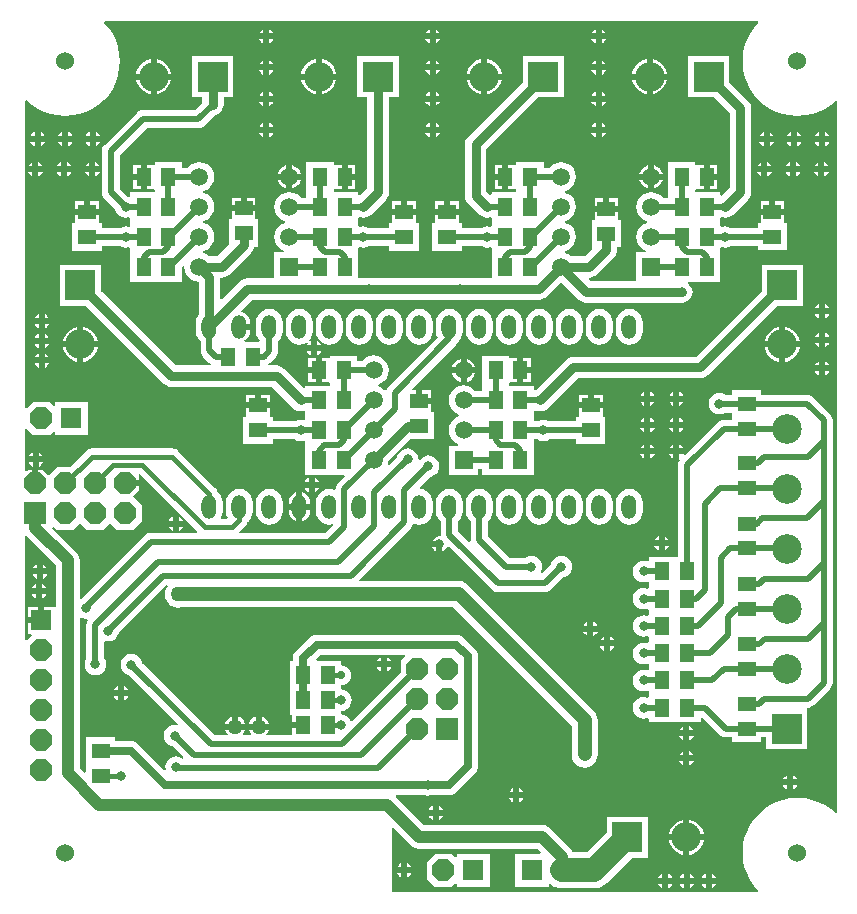
<source format=gbl>
G04*
G04 #@! TF.GenerationSoftware,Altium Limited,Altium Designer,18.1.8 (232)*
G04*
G04 Layer_Physical_Order=2*
G04 Layer_Color=16711680*
%FSLAX43Y43*%
%MOMM*%
G71*
G01*
G75*
%ADD21R,1.300X1.500*%
%ADD22R,1.500X1.300*%
%ADD50C,0.500*%
%ADD51C,0.700*%
%ADD52C,0.400*%
%ADD53C,1.000*%
%ADD54C,1.200*%
%ADD55C,0.800*%
%ADD56O,1.270X2.000*%
%ADD57P,1.948X8X22.5*%
%ADD58R,1.800X1.800*%
G04:AMPARAMS|DCode=59|XSize=1.8mm|YSize=1.8mm|CornerRadius=0mm|HoleSize=0mm|Usage=FLASHONLY|Rotation=0.000|XOffset=0mm|YOffset=0mm|HoleType=Round|Shape=RoundedRectangle|*
%AMROUNDEDRECTD59*
21,1,1.800,1.800,0,0,0.0*
21,1,1.800,1.800,0,0,0.0*
1,1,0.000,0.900,-0.900*
1,1,0.000,-0.900,-0.900*
1,1,0.000,-0.900,0.900*
1,1,0.000,0.900,0.900*
%
%ADD59ROUNDEDRECTD59*%
G04:AMPARAMS|DCode=60|XSize=1.8mm|YSize=1.8mm|CornerRadius=0mm|HoleSize=0mm|Usage=FLASHONLY|Rotation=90.000|XOffset=0mm|YOffset=0mm|HoleType=Round|Shape=RoundedRectangle|*
%AMROUNDEDRECTD60*
21,1,1.800,1.800,0,0,90.0*
21,1,1.800,1.800,0,0,90.0*
1,1,0.000,0.900,0.900*
1,1,0.000,0.900,-0.900*
1,1,0.000,-0.900,-0.900*
1,1,0.000,-0.900,0.900*
%
%ADD60ROUNDEDRECTD60*%
%ADD61P,1.948X8X112.5*%
%ADD62R,1.800X1.800*%
%ADD63C,1.500*%
%ADD64R,1.500X1.500*%
%ADD65C,1.524*%
%ADD66C,2.500*%
%ADD67R,2.500X2.500*%
%ADD68R,2.500X2.500*%
%ADD69C,0.800*%
%ADD70C,1.270*%
%ADD71C,0.700*%
%ADD72C,2.000*%
G36*
X62624Y74361D02*
X62682Y74234D01*
X62321Y73823D01*
X61984Y73318D01*
X61716Y72774D01*
X61521Y72200D01*
X61403Y71605D01*
X61363Y71000D01*
X61403Y70395D01*
X61521Y69800D01*
X61716Y69226D01*
X61984Y68682D01*
X62321Y68177D01*
X62721Y67721D01*
X63177Y67321D01*
X63682Y66984D01*
X64226Y66716D01*
X64800Y66521D01*
X65395Y66403D01*
X66000Y66363D01*
X66605Y66403D01*
X67200Y66521D01*
X67774Y66716D01*
X68318Y66984D01*
X68823Y67321D01*
X69234Y67682D01*
X69361Y67624D01*
X69361Y7376D01*
X69234Y7318D01*
X68823Y7679D01*
X68318Y8016D01*
X67774Y8284D01*
X67200Y8479D01*
X66605Y8597D01*
X66000Y8637D01*
X65395Y8597D01*
X64800Y8479D01*
X64226Y8284D01*
X63682Y8016D01*
X63177Y7679D01*
X62721Y7279D01*
X62321Y6823D01*
X61984Y6318D01*
X61716Y5774D01*
X61521Y5200D01*
X61403Y4605D01*
X61363Y4000D01*
X61403Y3395D01*
X61521Y2800D01*
X61716Y2226D01*
X61984Y1682D01*
X62321Y1177D01*
X62682Y766D01*
X62624Y639D01*
X31639Y639D01*
Y6058D01*
X31757Y6107D01*
X33257Y4607D01*
X33466Y4446D01*
X33709Y4346D01*
X33970Y4311D01*
X43992D01*
X44286Y4017D01*
X44238Y3900D01*
X42130D01*
Y1100D01*
X44930D01*
Y1331D01*
X45057Y1391D01*
X45180Y1290D01*
X45370Y1100D01*
X45518D01*
X45776Y1022D01*
X46070Y993D01*
X48793D01*
X49087Y1022D01*
X49370Y1107D01*
X49630Y1247D01*
X49858Y1434D01*
X51974Y3550D01*
X53343D01*
Y7050D01*
X49843D01*
Y5682D01*
X48168Y4007D01*
X47009D01*
X46944Y4164D01*
X46783Y4373D01*
X45123Y6033D01*
X44914Y6194D01*
X44671Y6294D01*
X44410Y6329D01*
X34388D01*
X31991Y8726D01*
X32043Y8853D01*
X34418D01*
X34465Y8833D01*
X34700Y8802D01*
X34935Y8833D01*
X34982Y8853D01*
X36470D01*
X36692Y8882D01*
X36899Y8968D01*
X37076Y9104D01*
X38706Y10734D01*
X38842Y10911D01*
X38928Y11118D01*
X38957Y11340D01*
Y20600D01*
X38928Y20822D01*
X38842Y21029D01*
X38706Y21206D01*
X37706Y22206D01*
X37529Y22342D01*
X37322Y22428D01*
X37100Y22457D01*
X25300D01*
X25078Y22428D01*
X24871Y22342D01*
X24694Y22206D01*
X23544Y21056D01*
X23408Y20879D01*
X23322Y20672D01*
X23293Y20450D01*
Y20250D01*
X23000D01*
Y17750D01*
Y15650D01*
X23246D01*
Y15054D01*
X24150D01*
Y14546D01*
X23246D01*
Y13916D01*
X21085D01*
X21050Y14043D01*
X21177Y14208D01*
X21257Y14403D01*
X19543D01*
X19623Y14208D01*
X19750Y14043D01*
X19715Y13916D01*
X19085D01*
X19050Y14043D01*
X19177Y14208D01*
X19257Y14403D01*
X17543D01*
X17623Y14208D01*
X17750Y14043D01*
X17715Y13916D01*
X16653D01*
X10483Y20087D01*
X10477Y20135D01*
X10386Y20354D01*
X10242Y20542D01*
X10054Y20686D01*
X9835Y20777D01*
X9600Y20808D01*
X9365Y20777D01*
X9146Y20686D01*
X8958Y20542D01*
X8814Y20354D01*
X8723Y20135D01*
X8692Y19900D01*
X8723Y19665D01*
X8814Y19446D01*
X8958Y19258D01*
X9146Y19114D01*
X9365Y19023D01*
X9413Y19017D01*
X13527Y14903D01*
X13468Y14783D01*
X13280Y14808D01*
X13045Y14777D01*
X12826Y14686D01*
X12638Y14542D01*
X12494Y14354D01*
X12403Y14135D01*
X12372Y13900D01*
X12403Y13665D01*
X12494Y13446D01*
X12638Y13258D01*
X12826Y13114D01*
X13045Y13023D01*
X13093Y13017D01*
X13999Y12111D01*
X13966Y11965D01*
X13953Y11960D01*
X13854Y12036D01*
X13635Y12127D01*
X13400Y12158D01*
X13165Y12127D01*
X12946Y12036D01*
X12758Y11892D01*
X12614Y11704D01*
X12523Y11485D01*
X12492Y11250D01*
X12521Y11031D01*
X12490Y11001D01*
X12406Y10967D01*
X10166Y13206D01*
X9989Y13342D01*
X9782Y13428D01*
X9560Y13457D01*
X8250D01*
Y13750D01*
X5750D01*
Y11450D01*
Y10779D01*
X5633Y10730D01*
X5229Y11134D01*
Y23825D01*
X5356Y23893D01*
X5525Y23823D01*
X5760Y23792D01*
X5866Y23806D01*
X5935Y23687D01*
X5905Y23648D01*
X5829Y23466D01*
X5804Y23270D01*
Y20433D01*
X5774Y20394D01*
X5683Y20175D01*
X5652Y19940D01*
X5683Y19705D01*
X5774Y19486D01*
X5918Y19298D01*
X6106Y19154D01*
X6325Y19063D01*
X6560Y19032D01*
X6795Y19063D01*
X7014Y19154D01*
X7202Y19298D01*
X7346Y19486D01*
X7437Y19705D01*
X7468Y19940D01*
X7437Y20175D01*
X7346Y20394D01*
X7316Y20433D01*
Y21835D01*
X7443Y21909D01*
X7650Y21882D01*
X7885Y21913D01*
X8104Y22004D01*
X8292Y22148D01*
X8436Y22336D01*
X8527Y22555D01*
X8533Y22603D01*
X12581Y26651D01*
X12677Y26567D01*
X12589Y26452D01*
X12474Y26176D01*
X12435Y25880D01*
X12474Y25584D01*
X12589Y25308D01*
X12771Y25071D01*
X13008Y24889D01*
X13284Y24774D01*
X13580Y24735D01*
X13848Y24771D01*
X36860D01*
X46881Y14750D01*
Y12300D01*
X46918Y12013D01*
X47029Y11745D01*
X47205Y11515D01*
X47435Y11339D01*
X47703Y11228D01*
X47990Y11191D01*
X48277Y11228D01*
X48545Y11339D01*
X48775Y11515D01*
X48951Y11745D01*
X49062Y12013D01*
X49099Y12300D01*
Y15210D01*
X49062Y15497D01*
X48951Y15765D01*
X48775Y15995D01*
X38105Y26665D01*
X37875Y26841D01*
X37607Y26952D01*
X37320Y26989D01*
X28965D01*
X28917Y27107D01*
X33265Y31455D01*
X33385Y31612D01*
X33453Y31776D01*
X33478Y31802D01*
X33597Y31854D01*
X33704Y31809D01*
X34000Y31770D01*
X34296Y31809D01*
X34572Y31924D01*
X34809Y32106D01*
X34991Y32343D01*
X35106Y32619D01*
X35145Y32915D01*
Y33645D01*
X35106Y33941D01*
X34991Y34217D01*
X34809Y34454D01*
X34572Y34636D01*
X34296Y34751D01*
X34070Y34781D01*
X34024Y34915D01*
X34937Y35827D01*
X34985Y35833D01*
X35204Y35924D01*
X35392Y36068D01*
X35536Y36256D01*
X35627Y36475D01*
X35658Y36710D01*
X35627Y36945D01*
X35536Y37164D01*
X35392Y37352D01*
X35204Y37496D01*
X34985Y37587D01*
X34750Y37618D01*
X34515Y37587D01*
X34296Y37496D01*
X34108Y37352D01*
X34028Y37247D01*
X33906Y37297D01*
X33908Y37310D01*
X33877Y37545D01*
X33786Y37764D01*
X33642Y37952D01*
X33454Y38096D01*
X33235Y38187D01*
X33000Y38218D01*
X32765Y38187D01*
X32546Y38096D01*
X32358Y37952D01*
X32214Y37764D01*
X32123Y37545D01*
X32117Y37497D01*
X31437Y36817D01*
X31398Y36843D01*
X31340Y36899D01*
X31377Y37184D01*
X33174Y38980D01*
X35250D01*
Y41280D01*
X35112D01*
X35004Y41326D01*
Y41976D01*
X34000D01*
Y42230D01*
X33746D01*
Y43134D01*
X33380D01*
X33331Y43251D01*
X37075Y46995D01*
X37075Y46995D01*
X37195Y47152D01*
X37241Y47262D01*
X37349Y47346D01*
X37531Y47583D01*
X37646Y47859D01*
X37685Y48155D01*
Y48885D01*
X37646Y49181D01*
X37531Y49457D01*
X37349Y49694D01*
X37112Y49876D01*
X36836Y49991D01*
X36540Y50030D01*
X36244Y49991D01*
X35968Y49876D01*
X35731Y49694D01*
X35549Y49457D01*
X35434Y49181D01*
X35395Y48885D01*
Y48155D01*
X35434Y47859D01*
X35541Y47601D01*
X31365Y43425D01*
X31245Y43268D01*
X31196Y43150D01*
X31052Y43129D01*
X31012Y43182D01*
X30750Y43382D01*
X30478Y43495D01*
X30478Y43495D01*
Y43625D01*
X30478Y43625D01*
X30750Y43738D01*
X31012Y43938D01*
X31212Y44200D01*
X31338Y44504D01*
X31381Y44830D01*
X31338Y45156D01*
X31212Y45460D01*
X31012Y45722D01*
X30750Y45922D01*
X30446Y46048D01*
X30120Y46091D01*
X29794Y46048D01*
X29490Y45922D01*
X29228Y45722D01*
X29125Y45586D01*
X28730D01*
Y46080D01*
X26430D01*
Y45942D01*
X26384Y45834D01*
X26303Y45834D01*
X25734D01*
Y44830D01*
Y43826D01*
X26303D01*
X26384Y43826D01*
X26430Y43718D01*
Y43580D01*
X26322Y43534D01*
X24330D01*
Y43364D01*
X24213Y43315D01*
X22556Y44972D01*
X22368Y45116D01*
X22149Y45207D01*
X21914Y45238D01*
X21260D01*
X21217Y45365D01*
X21335Y45455D01*
X21835Y45955D01*
X21955Y46112D01*
X22031Y46294D01*
X22044Y46392D01*
X22056Y46490D01*
X22056Y46490D01*
Y47305D01*
X22109Y47346D01*
X22291Y47583D01*
X22406Y47859D01*
X22445Y48155D01*
Y48885D01*
X22406Y49181D01*
X22291Y49457D01*
X22109Y49694D01*
X21872Y49876D01*
X21596Y49991D01*
X21300Y50030D01*
X21004Y49991D01*
X20728Y49876D01*
X20491Y49694D01*
X20309Y49457D01*
X20194Y49181D01*
X20155Y48885D01*
Y48155D01*
X20194Y47859D01*
X20309Y47583D01*
X20474Y47367D01*
X20452Y47289D01*
X20419Y47240D01*
X19206D01*
X19181Y47367D01*
X19208Y47378D01*
X19394Y47521D01*
X19537Y47707D01*
X19626Y47923D01*
X19657Y48155D01*
Y48266D01*
X18760D01*
Y48774D01*
X19657D01*
Y48885D01*
X19626Y49117D01*
X19537Y49333D01*
X19394Y49519D01*
X19208Y49662D01*
X18992Y49751D01*
X18907Y49762D01*
X18866Y49883D01*
X19786Y50802D01*
X44120D01*
X44355Y50833D01*
X44574Y50924D01*
X44762Y51068D01*
X45990Y52296D01*
X47478Y50808D01*
X47666Y50664D01*
X47885Y50573D01*
X48120Y50542D01*
X48120Y50542D01*
X56220D01*
X56455Y50573D01*
X56674Y50664D01*
X56862Y50808D01*
X57006Y50996D01*
X57097Y51215D01*
X57128Y51450D01*
X57097Y51685D01*
X57006Y51904D01*
X56862Y52092D01*
X56730Y52193D01*
X56773Y52320D01*
X59470D01*
Y54743D01*
X59470Y54820D01*
X59470D01*
Y54870D01*
X59470D01*
Y55210D01*
X59576Y55280D01*
X59665Y55243D01*
X59900Y55212D01*
X60135Y55243D01*
X60354Y55334D01*
X60406Y55374D01*
X62640D01*
Y54980D01*
X65140D01*
Y57280D01*
X65002D01*
X64894Y57326D01*
X64894Y57407D01*
Y57976D01*
X63890D01*
Y58230D01*
D01*
Y57976D01*
X62886D01*
Y57407D01*
X62886Y57326D01*
X62778Y57280D01*
X62640D01*
Y56886D01*
X60380D01*
X60354Y56906D01*
X60135Y56997D01*
X59900Y57028D01*
X59665Y56997D01*
X59576Y56960D01*
X59470Y57030D01*
X59470Y57370D01*
X59470Y57497D01*
Y57740D01*
X59576Y57810D01*
X59665Y57773D01*
X59900Y57742D01*
X60135Y57773D01*
X60354Y57864D01*
X60542Y58008D01*
X61822Y59288D01*
X61822Y59288D01*
X61966Y59476D01*
X62057Y59695D01*
X62088Y59930D01*
X62088Y59930D01*
Y67020D01*
X62057Y67255D01*
X61966Y67474D01*
X61822Y67662D01*
X60250Y69234D01*
Y71450D01*
X56750D01*
Y67950D01*
X58966D01*
X60272Y66644D01*
Y60306D01*
X59587Y59621D01*
X59470Y59670D01*
Y59900D01*
X57476D01*
X57370Y59950D01*
Y60088D01*
X57416Y60196D01*
X57497Y60196D01*
X58066D01*
Y61200D01*
Y62204D01*
X57497D01*
X57416Y62204D01*
X57370Y62312D01*
Y62450D01*
X55070D01*
Y59950D01*
X55070D01*
Y59900D01*
X55070D01*
Y59416D01*
X54605D01*
X54502Y59552D01*
X54240Y59752D01*
X53936Y59878D01*
X53610Y59921D01*
X53284Y59878D01*
X52980Y59752D01*
X52718Y59552D01*
X52518Y59290D01*
X52392Y58986D01*
X52349Y58660D01*
X52392Y58334D01*
X52518Y58030D01*
X52718Y57768D01*
X52980Y57568D01*
X53252Y57455D01*
X53252Y57455D01*
Y57325D01*
X53252Y57325D01*
X52980Y57212D01*
X52718Y57012D01*
X52518Y56750D01*
X52392Y56446D01*
X52349Y56120D01*
X52392Y55794D01*
X52518Y55490D01*
X52718Y55228D01*
X52980Y55028D01*
X53151Y54957D01*
X53126Y54830D01*
X52360D01*
Y52358D01*
X48496D01*
X48299Y52555D01*
X48347Y52672D01*
X48360D01*
X48595Y52703D01*
X48814Y52794D01*
X49002Y52938D01*
X50472Y54408D01*
X50616Y54596D01*
X50707Y54815D01*
X50738Y55050D01*
Y55240D01*
X51080D01*
Y57540D01*
X50942D01*
X50834Y57586D01*
X50834Y57667D01*
Y58236D01*
X48826D01*
Y57667D01*
X48826Y57586D01*
X48718Y57540D01*
X48580D01*
Y55240D01*
X48580D01*
X48626Y55130D01*
X47984Y54488D01*
X46860D01*
X46620Y54672D01*
X46348Y54785D01*
X46348Y54785D01*
Y54915D01*
X46348Y54915D01*
X46620Y55028D01*
X46882Y55228D01*
X47082Y55490D01*
X47208Y55794D01*
X47251Y56120D01*
X47208Y56446D01*
X47082Y56750D01*
X46882Y57012D01*
X46620Y57212D01*
X46348Y57325D01*
X46348Y57325D01*
Y57455D01*
X46348Y57455D01*
X46620Y57568D01*
X46882Y57768D01*
X47082Y58030D01*
X47208Y58334D01*
X47251Y58660D01*
X47208Y58986D01*
X47082Y59290D01*
X46882Y59552D01*
X46620Y59752D01*
X46348Y59865D01*
X46348Y59865D01*
Y59995D01*
X46348Y59995D01*
X46620Y60108D01*
X46882Y60308D01*
X47082Y60570D01*
X47208Y60874D01*
X47251Y61200D01*
X47208Y61526D01*
X47082Y61830D01*
X46882Y62092D01*
X46620Y62292D01*
X46316Y62418D01*
X45990Y62461D01*
X45664Y62418D01*
X45360Y62292D01*
X45098Y62092D01*
X44995Y61956D01*
X44510D01*
Y62450D01*
X42210D01*
Y62312D01*
X42164Y62204D01*
X42083Y62204D01*
X41514D01*
Y61200D01*
Y60196D01*
X42083D01*
X42164Y60196D01*
X42210Y60088D01*
Y59950D01*
X42104Y59900D01*
X40110D01*
Y59730D01*
X39993Y59681D01*
X39678Y59996D01*
Y63592D01*
X44036Y67950D01*
X46252D01*
Y71450D01*
X42752D01*
Y69234D01*
X38128Y64609D01*
X37984Y64421D01*
X37893Y64203D01*
X37862Y63968D01*
Y59620D01*
X37893Y59385D01*
X37984Y59166D01*
X38128Y58978D01*
X39098Y58008D01*
X39098Y58008D01*
X39286Y57864D01*
X39505Y57773D01*
X39740Y57742D01*
X39975Y57773D01*
X40004Y57785D01*
X40110Y57715D01*
Y57400D01*
X40110Y57400D01*
Y57370D01*
X40110D01*
X40110Y57273D01*
Y57055D01*
X40004Y56985D01*
X39975Y56997D01*
X39740Y57028D01*
X39505Y56997D01*
X39286Y56906D01*
X39247Y56876D01*
X37580D01*
Y57270D01*
X37442D01*
X37334Y57316D01*
X37334Y57397D01*
Y57966D01*
X36330D01*
X35326D01*
Y57397D01*
X35326Y57316D01*
X35218Y57270D01*
X35080D01*
Y54970D01*
X37580D01*
Y55364D01*
X39247D01*
X39286Y55334D01*
X39505Y55243D01*
X39740Y55212D01*
X39975Y55243D01*
X40004Y55255D01*
X40110Y55185D01*
Y54870D01*
X40110Y54870D01*
Y54820D01*
X40110D01*
X40110Y54743D01*
Y52618D01*
X28830D01*
Y54743D01*
X28830Y54820D01*
X28830D01*
Y54870D01*
X28830D01*
Y55206D01*
X28936Y55276D01*
X29015Y55243D01*
X29250Y55212D01*
X29485Y55243D01*
X29704Y55334D01*
X29743Y55364D01*
X31450D01*
Y54970D01*
X33950D01*
Y57270D01*
X33812D01*
X33704Y57316D01*
X33704Y57397D01*
Y57966D01*
X32700D01*
X31696D01*
Y57397D01*
X31696Y57316D01*
X31588Y57270D01*
X31450D01*
Y56876D01*
X29743D01*
X29704Y56906D01*
X29485Y56997D01*
X29250Y57028D01*
X29015Y56997D01*
X28936Y56964D01*
X28830Y57034D01*
X28830Y57370D01*
X28830Y57497D01*
Y57736D01*
X28936Y57806D01*
X29015Y57773D01*
X29250Y57742D01*
X29485Y57773D01*
X29704Y57864D01*
X29892Y58008D01*
X31147Y59263D01*
X31291Y59451D01*
X31382Y59670D01*
X31413Y59905D01*
Y67950D01*
X32255D01*
Y71450D01*
X28755D01*
Y67950D01*
X29597D01*
Y60281D01*
X28947Y59631D01*
X28830Y59680D01*
Y59900D01*
X26836D01*
X26730Y59950D01*
Y60088D01*
X26776Y60196D01*
X26857Y60196D01*
X27426D01*
Y61200D01*
Y62204D01*
X26857D01*
X26776Y62204D01*
X26730Y62312D01*
Y62450D01*
X24430D01*
Y59950D01*
X24430D01*
Y59900D01*
X24430D01*
Y59416D01*
X23965D01*
X23862Y59552D01*
X23600Y59752D01*
X23296Y59878D01*
X22970Y59921D01*
X22644Y59878D01*
X22340Y59752D01*
X22078Y59552D01*
X21878Y59290D01*
X21752Y58986D01*
X21709Y58660D01*
X21752Y58334D01*
X21878Y58030D01*
X22078Y57768D01*
X22340Y57568D01*
X22612Y57455D01*
X22612Y57455D01*
Y57325D01*
X22612Y57325D01*
X22340Y57212D01*
X22078Y57012D01*
X21878Y56750D01*
X21752Y56446D01*
X21709Y56120D01*
X21752Y55794D01*
X21878Y55490D01*
X22078Y55228D01*
X22340Y55028D01*
X22511Y54957D01*
X22486Y54830D01*
X21720D01*
Y52618D01*
X19410D01*
X19410Y52618D01*
X19175Y52587D01*
X18956Y52496D01*
X18768Y52352D01*
X17245Y50829D01*
X17128Y50877D01*
Y52672D01*
X17260D01*
X17495Y52703D01*
X17714Y52794D01*
X17902Y52938D01*
X19752Y54788D01*
X19896Y54976D01*
X19987Y55195D01*
X20001Y55300D01*
X20360D01*
Y57600D01*
X20222D01*
X20114Y57646D01*
X20114Y57727D01*
Y58296D01*
X18106D01*
Y57727D01*
X18106Y57646D01*
X17998Y57600D01*
X17860D01*
Y55464D01*
X16884Y54488D01*
X16220D01*
X15980Y54672D01*
X15708Y54785D01*
X15708Y54785D01*
Y54915D01*
X15708Y54915D01*
X15980Y55028D01*
X16242Y55228D01*
X16442Y55490D01*
X16568Y55794D01*
X16611Y56120D01*
X16568Y56446D01*
X16442Y56750D01*
X16242Y57012D01*
X15980Y57212D01*
X15708Y57325D01*
X15708Y57325D01*
Y57455D01*
X15708Y57455D01*
X15980Y57568D01*
X16242Y57768D01*
X16442Y58030D01*
X16568Y58334D01*
X16611Y58660D01*
X16568Y58986D01*
X16442Y59290D01*
X16242Y59552D01*
X15980Y59752D01*
X15708Y59865D01*
X15708Y59865D01*
Y59995D01*
X15708Y59995D01*
X15980Y60108D01*
X16242Y60308D01*
X16442Y60570D01*
X16568Y60874D01*
X16611Y61200D01*
X16568Y61526D01*
X16442Y61830D01*
X16242Y62092D01*
X15980Y62292D01*
X15676Y62418D01*
X15350Y62461D01*
X15024Y62418D01*
X14720Y62292D01*
X14458Y62092D01*
X14355Y61956D01*
X13890D01*
Y62450D01*
X11590D01*
Y62312D01*
X11544Y62204D01*
X11463Y62204D01*
X10894D01*
Y61200D01*
Y60196D01*
X11463D01*
X11544Y60196D01*
X11590Y60088D01*
Y59950D01*
X11484Y59900D01*
X9490D01*
Y59604D01*
X9390Y59524D01*
X9363Y59527D01*
X9317Y59533D01*
X8649Y60201D01*
Y63098D01*
X10895Y65344D01*
X15285D01*
X15481Y65369D01*
X15663Y65445D01*
X15820Y65565D01*
X16694Y66439D01*
X16742Y66445D01*
X16961Y66536D01*
X17149Y66680D01*
X17293Y66868D01*
X17384Y67087D01*
X17415Y67322D01*
Y67950D01*
X18257D01*
Y71450D01*
X14757D01*
Y67950D01*
X15600D01*
Y67484D01*
X14972Y66856D01*
X10581D01*
X10385Y66831D01*
X10203Y66755D01*
X10046Y66635D01*
X7357Y63946D01*
X7237Y63789D01*
X7162Y63607D01*
X7136Y63411D01*
Y59888D01*
X7162Y59692D01*
X7237Y59510D01*
X7357Y59353D01*
X8247Y58463D01*
X8253Y58415D01*
X8344Y58196D01*
X8488Y58008D01*
X8676Y57864D01*
X8895Y57773D01*
X9130Y57742D01*
X9363Y57773D01*
X9390Y57776D01*
X9490Y57696D01*
Y57400D01*
X9490Y57400D01*
Y57370D01*
X9490D01*
X9490Y57273D01*
Y57074D01*
X9390Y56994D01*
X9363Y56997D01*
X9130Y57028D01*
X8895Y56997D01*
X8676Y56906D01*
X8637Y56876D01*
X7100D01*
Y57270D01*
X6962D01*
X6854Y57316D01*
X6854Y57397D01*
Y57966D01*
X5850D01*
X4846D01*
Y57397D01*
X4846Y57316D01*
X4738Y57270D01*
X4600D01*
Y54970D01*
X7100D01*
Y55364D01*
X8637D01*
X8676Y55334D01*
X8895Y55243D01*
X9130Y55212D01*
X9363Y55243D01*
X9390Y55246D01*
X9490Y55166D01*
Y54870D01*
X9490Y54870D01*
Y54820D01*
X9490D01*
X9490Y54743D01*
Y52320D01*
X13890D01*
Y53590D01*
X13981Y53681D01*
X14095Y53625D01*
X14089Y53580D01*
X14132Y53254D01*
X14258Y52950D01*
X14458Y52688D01*
X14720Y52488D01*
X15024Y52362D01*
X15312Y52324D01*
Y49566D01*
X15229Y49457D01*
X15114Y49181D01*
X15075Y48885D01*
Y48155D01*
X15114Y47859D01*
X15229Y47583D01*
X15411Y47346D01*
X15464Y47305D01*
Y46510D01*
X15489Y46314D01*
X15565Y46132D01*
X15685Y45975D01*
X16205Y45455D01*
X16205Y45455D01*
X16323Y45365D01*
X16280Y45238D01*
X13373D01*
X7050Y51561D01*
Y53777D01*
X3550D01*
Y50277D01*
X5766D01*
X12355Y43688D01*
X12355Y43688D01*
X12543Y43544D01*
X12762Y43453D01*
X12997Y43422D01*
X21538D01*
X23318Y41642D01*
X23506Y41498D01*
X23725Y41407D01*
X23960Y41376D01*
X24195Y41407D01*
X24224Y41419D01*
X24330Y41349D01*
Y41034D01*
X24330Y41034D01*
Y40997D01*
X24330D01*
X24330Y40907D01*
Y40682D01*
X24224Y40612D01*
X24195Y40624D01*
X23960Y40655D01*
X23725Y40624D01*
X23506Y40533D01*
X23471Y40506D01*
X21590D01*
Y40900D01*
X21452D01*
X21344Y40946D01*
X21344Y41027D01*
Y41596D01*
X20340D01*
X19336D01*
Y41027D01*
X19336Y40946D01*
X19228Y40900D01*
X19090D01*
Y38600D01*
X21590D01*
Y38994D01*
X23464D01*
X23506Y38961D01*
X23725Y38870D01*
X23960Y38839D01*
X24195Y38870D01*
X24224Y38882D01*
X24330Y38812D01*
Y38497D01*
X24330Y38497D01*
Y38460D01*
X24330D01*
X24330Y38370D01*
Y35960D01*
X27634D01*
X27683Y35843D01*
X27115Y35275D01*
X26995Y35118D01*
X26919Y34936D01*
X26901Y34795D01*
X26781Y34708D01*
X26676Y34751D01*
X26380Y34790D01*
X26084Y34751D01*
X25808Y34636D01*
X25571Y34454D01*
X25389Y34217D01*
X25274Y33941D01*
X25235Y33645D01*
Y32915D01*
X25274Y32619D01*
X25389Y32343D01*
X25571Y32106D01*
X25808Y31924D01*
X26084Y31809D01*
X26380Y31770D01*
X26646Y31805D01*
X26704Y31719D01*
X26712Y31692D01*
X26057Y31036D01*
X18781D01*
X18732Y31154D01*
X19259Y31681D01*
X19371Y31827D01*
X19442Y31997D01*
X19444Y32009D01*
X19569Y32106D01*
X19751Y32343D01*
X19866Y32619D01*
X19905Y32915D01*
Y33645D01*
X19866Y33941D01*
X19751Y34217D01*
X19569Y34454D01*
X19332Y34636D01*
X19056Y34751D01*
X18760Y34790D01*
X18464Y34751D01*
X18188Y34636D01*
X17951Y34454D01*
X17769Y34217D01*
X17654Y33941D01*
X17615Y33645D01*
Y32915D01*
X17654Y32619D01*
X17760Y32363D01*
X17732Y32293D01*
X17690Y32236D01*
X17271D01*
X17220Y32363D01*
X17326Y32619D01*
X17365Y32915D01*
Y33645D01*
X17326Y33941D01*
X17211Y34217D01*
X17029Y34454D01*
X16905Y34550D01*
X16902Y34573D01*
X16831Y34743D01*
X16719Y34889D01*
X13589Y38019D01*
X13443Y38131D01*
X13273Y38202D01*
X13090Y38226D01*
X6280D01*
X6097Y38202D01*
X5927Y38131D01*
X5781Y38019D01*
X4432Y36670D01*
X3330D01*
X2630Y35970D01*
X2553Y35938D01*
X2067Y36424D01*
X1744D01*
Y35270D01*
X1236D01*
Y36424D01*
X913D01*
X757Y36268D01*
X639Y36316D01*
X639Y39845D01*
X757Y39893D01*
X1300Y39350D01*
X2700D01*
X3023Y39673D01*
X3140Y39624D01*
Y39350D01*
X5940D01*
Y42150D01*
X3140D01*
Y41876D01*
X3023Y41827D01*
X2700Y42150D01*
X1300D01*
X757Y41607D01*
X639Y41655D01*
X639Y67624D01*
X766Y67682D01*
X1177Y67321D01*
X1682Y66984D01*
X2226Y66716D01*
X2800Y66521D01*
X3395Y66403D01*
X4000Y66363D01*
X4605Y66403D01*
X5200Y66521D01*
X5774Y66716D01*
X6318Y66984D01*
X6823Y67321D01*
X7279Y67721D01*
X7679Y68177D01*
X8016Y68682D01*
X8284Y69226D01*
X8479Y69800D01*
X8597Y70395D01*
X8637Y71000D01*
X8597Y71605D01*
X8479Y72200D01*
X8284Y72774D01*
X8016Y73318D01*
X7679Y73823D01*
X7318Y74234D01*
X7376Y74361D01*
X62624Y74361D01*
D02*
G37*
G36*
X15188Y31154D02*
X15139Y31036D01*
X11250D01*
X11054Y31011D01*
X10872Y30935D01*
X10715Y30815D01*
X10715Y30815D01*
X5443Y25543D01*
X5356Y25507D01*
X5229Y25575D01*
Y28770D01*
X5194Y29031D01*
X5094Y29274D01*
X4933Y29483D01*
X2930Y31487D01*
X2938Y31543D01*
X3072Y31588D01*
X3330Y31330D01*
X4730D01*
X5300Y31900D01*
X5870Y31330D01*
X7270D01*
X7840Y31900D01*
X8410Y31330D01*
X9810D01*
X10510Y32030D01*
Y33430D01*
X9810Y34130D01*
X9778Y34207D01*
X10264Y34693D01*
Y35016D01*
X9110D01*
Y35524D01*
X10264D01*
Y35847D01*
X10221Y35890D01*
X10265Y36025D01*
X10309Y36032D01*
X15188Y31154D01*
D02*
G37*
G36*
X777Y30787D02*
X3211Y28352D01*
Y24907D01*
X3154Y24804D01*
X2254D01*
Y23650D01*
X2000D01*
Y23396D01*
X846D01*
Y22496D01*
X1120D01*
X1169Y22379D01*
X757Y21967D01*
X639Y22015D01*
X639Y30768D01*
X760Y30809D01*
X777Y30787D01*
D02*
G37*
G36*
X32785Y20625D02*
X32400Y20240D01*
Y19210D01*
X28307Y15117D01*
X28183Y15142D01*
X28136Y15254D01*
X27992Y15442D01*
X27804Y15586D01*
X27585Y15677D01*
X27400Y15701D01*
Y15996D01*
X27605Y16023D01*
X27824Y16114D01*
X28012Y16258D01*
X28156Y16446D01*
X28247Y16665D01*
X28278Y16900D01*
X28247Y17135D01*
X28156Y17354D01*
X28012Y17542D01*
X27824Y17686D01*
X27605Y17777D01*
X27400Y17804D01*
Y18147D01*
X27592Y18172D01*
X27799Y18258D01*
X27976Y18394D01*
X28112Y18571D01*
X28198Y18778D01*
X28227Y19000D01*
X28198Y19222D01*
X28112Y19429D01*
X27976Y19606D01*
X27799Y19742D01*
X27592Y19828D01*
X27400Y19853D01*
Y20250D01*
X25328D01*
X25280Y20367D01*
X25655Y20743D01*
X32737D01*
X32785Y20625D01*
D02*
G37*
%LPC*%
G36*
X49424Y73713D02*
Y73364D01*
X49773D01*
X49741Y73440D01*
X49636Y73576D01*
X49500Y73681D01*
X49424Y73713D01*
D02*
G37*
G36*
X48916D02*
X48840Y73681D01*
X48704Y73576D01*
X48599Y73440D01*
X48567Y73364D01*
X48916D01*
Y73713D01*
D02*
G37*
G36*
X35364D02*
Y73364D01*
X35712D01*
X35681Y73440D01*
X35576Y73576D01*
X35439Y73681D01*
X35364Y73713D01*
D02*
G37*
G36*
X34856D02*
X34780Y73681D01*
X34643Y73576D01*
X34538Y73440D01*
X34507Y73364D01*
X34856D01*
Y73713D01*
D02*
G37*
G36*
X21294D02*
Y73364D01*
X21643D01*
X21611Y73440D01*
X21506Y73576D01*
X21370Y73681D01*
X21294Y73713D01*
D02*
G37*
G36*
X20786D02*
X20710Y73681D01*
X20574Y73576D01*
X20469Y73440D01*
X20437Y73364D01*
X20786D01*
Y73713D01*
D02*
G37*
G36*
X49773Y72856D02*
X49424D01*
Y72507D01*
X49500Y72539D01*
X49636Y72644D01*
X49741Y72780D01*
X49773Y72856D01*
D02*
G37*
G36*
X48916D02*
X48567D01*
X48599Y72780D01*
X48704Y72644D01*
X48840Y72539D01*
X48916Y72507D01*
Y72856D01*
D02*
G37*
G36*
X35712D02*
X35364D01*
Y72507D01*
X35439Y72539D01*
X35576Y72644D01*
X35681Y72780D01*
X35712Y72856D01*
D02*
G37*
G36*
X34856D02*
X34507D01*
X34538Y72780D01*
X34643Y72644D01*
X34780Y72539D01*
X34856Y72507D01*
Y72856D01*
D02*
G37*
G36*
X21643D02*
X21294D01*
Y72507D01*
X21370Y72539D01*
X21506Y72644D01*
X21611Y72780D01*
X21643Y72856D01*
D02*
G37*
G36*
X20786D02*
X20437D01*
X20469Y72780D01*
X20574Y72644D01*
X20710Y72539D01*
X20786Y72507D01*
Y72856D01*
D02*
G37*
G36*
X49424Y71073D02*
Y70724D01*
X49773D01*
X49741Y70800D01*
X49636Y70936D01*
X49500Y71041D01*
X49424Y71073D01*
D02*
G37*
G36*
X48916D02*
X48840Y71041D01*
X48704Y70936D01*
X48599Y70800D01*
X48567Y70724D01*
X48916D01*
Y71073D01*
D02*
G37*
G36*
X35364D02*
Y70724D01*
X35712D01*
X35681Y70800D01*
X35576Y70936D01*
X35439Y71041D01*
X35364Y71073D01*
D02*
G37*
G36*
X34856D02*
X34780Y71041D01*
X34643Y70936D01*
X34538Y70800D01*
X34507Y70724D01*
X34856D01*
Y71073D01*
D02*
G37*
G36*
X21294D02*
Y70724D01*
X21643D01*
X21611Y70800D01*
X21506Y70936D01*
X21370Y71041D01*
X21294Y71073D01*
D02*
G37*
G36*
X20786D02*
X20710Y71041D01*
X20574Y70936D01*
X20469Y70800D01*
X20437Y70724D01*
X20786D01*
Y71073D01*
D02*
G37*
G36*
X39742Y71186D02*
Y69954D01*
X40974D01*
X40970Y69995D01*
X40884Y70278D01*
X40744Y70540D01*
X40556Y70769D01*
X40327Y70957D01*
X40066Y71096D01*
X39783Y71182D01*
X39742Y71186D01*
D02*
G37*
G36*
X39234Y71186D02*
X39193Y71182D01*
X38910Y71096D01*
X38648Y70957D01*
X38419Y70769D01*
X38231Y70540D01*
X38092Y70278D01*
X38006Y69995D01*
X38002Y69954D01*
X39234D01*
Y71186D01*
D02*
G37*
G36*
X53739Y71186D02*
Y69954D01*
X54972D01*
X54968Y69995D01*
X54882Y70278D01*
X54742Y70540D01*
X54554Y70769D01*
X54325Y70957D01*
X54064Y71096D01*
X53780Y71182D01*
X53739Y71186D01*
D02*
G37*
G36*
X25744D02*
Y69954D01*
X26977D01*
X26973Y69995D01*
X26887Y70278D01*
X26747Y70540D01*
X26559Y70769D01*
X26330Y70957D01*
X26069Y71096D01*
X25785Y71182D01*
X25744Y71186D01*
D02*
G37*
G36*
X53231Y71186D02*
X53191Y71182D01*
X52907Y71096D01*
X52646Y70957D01*
X52417Y70769D01*
X52229Y70540D01*
X52089Y70278D01*
X52003Y69995D01*
X51999Y69954D01*
X53231D01*
Y71186D01*
D02*
G37*
G36*
X25236D02*
X25195Y71182D01*
X24912Y71096D01*
X24651Y70957D01*
X24422Y70769D01*
X24234Y70540D01*
X24094Y70278D01*
X24008Y69995D01*
X24004Y69954D01*
X25236D01*
Y71186D01*
D02*
G37*
G36*
X11747Y71186D02*
Y69954D01*
X12979D01*
X12975Y69995D01*
X12889Y70278D01*
X12749Y70540D01*
X12561Y70769D01*
X12332Y70957D01*
X12071Y71096D01*
X11788Y71182D01*
X11747Y71186D01*
D02*
G37*
G36*
X11239Y71186D02*
X11198Y71182D01*
X10914Y71096D01*
X10653Y70957D01*
X10424Y70769D01*
X10236Y70540D01*
X10096Y70278D01*
X10010Y69995D01*
X10006Y69954D01*
X11239D01*
Y71186D01*
D02*
G37*
G36*
X49773Y70216D02*
X49424D01*
Y69867D01*
X49500Y69899D01*
X49636Y70004D01*
X49741Y70140D01*
X49773Y70216D01*
D02*
G37*
G36*
X48916D02*
X48567D01*
X48599Y70140D01*
X48704Y70004D01*
X48840Y69899D01*
X48916Y69867D01*
Y70216D01*
D02*
G37*
G36*
X35712D02*
X35364D01*
Y69867D01*
X35439Y69899D01*
X35576Y70004D01*
X35681Y70140D01*
X35712Y70216D01*
D02*
G37*
G36*
X34856D02*
X34507D01*
X34538Y70140D01*
X34643Y70004D01*
X34780Y69899D01*
X34856Y69867D01*
Y70216D01*
D02*
G37*
G36*
X21643D02*
X21294D01*
Y69867D01*
X21370Y69899D01*
X21506Y70004D01*
X21611Y70140D01*
X21643Y70216D01*
D02*
G37*
G36*
X20786D02*
X20437D01*
X20469Y70140D01*
X20574Y70004D01*
X20710Y69899D01*
X20786Y69867D01*
Y70216D01*
D02*
G37*
G36*
X11239Y69446D02*
X10006D01*
X10010Y69405D01*
X10096Y69122D01*
X10236Y68860D01*
X10424Y68631D01*
X10653Y68443D01*
X10914Y68304D01*
X11198Y68218D01*
X11239Y68214D01*
Y69446D01*
D02*
G37*
G36*
X53231Y69446D02*
X51999D01*
X52003Y69405D01*
X52089Y69122D01*
X52229Y68860D01*
X52417Y68631D01*
X52646Y68443D01*
X52907Y68304D01*
X53191Y68218D01*
X53231Y68214D01*
Y69446D01*
D02*
G37*
G36*
X25236D02*
X24004D01*
X24008Y69405D01*
X24094Y69122D01*
X24234Y68860D01*
X24422Y68631D01*
X24651Y68443D01*
X24912Y68304D01*
X25195Y68218D01*
X25236Y68214D01*
Y69446D01*
D02*
G37*
G36*
X39234Y69446D02*
X38002D01*
X38006Y69405D01*
X38092Y69122D01*
X38231Y68860D01*
X38419Y68631D01*
X38648Y68443D01*
X38910Y68304D01*
X39193Y68218D01*
X39234Y68214D01*
Y69446D01*
D02*
G37*
G36*
X40974D02*
X39742D01*
Y68214D01*
X39783Y68218D01*
X40066Y68304D01*
X40327Y68443D01*
X40556Y68631D01*
X40744Y68860D01*
X40884Y69122D01*
X40970Y69405D01*
X40974Y69446D01*
D02*
G37*
G36*
X54972Y69446D02*
X53739D01*
Y68214D01*
X53780Y68218D01*
X54064Y68304D01*
X54325Y68443D01*
X54554Y68631D01*
X54742Y68860D01*
X54882Y69122D01*
X54968Y69405D01*
X54972Y69446D01*
D02*
G37*
G36*
X26977D02*
X25744D01*
Y68214D01*
X25785Y68218D01*
X26069Y68304D01*
X26330Y68443D01*
X26559Y68631D01*
X26747Y68860D01*
X26887Y69122D01*
X26973Y69405D01*
X26977Y69446D01*
D02*
G37*
G36*
X12979Y69446D02*
X11747D01*
Y68214D01*
X11788Y68218D01*
X12071Y68304D01*
X12332Y68443D01*
X12561Y68631D01*
X12749Y68860D01*
X12889Y69122D01*
X12975Y69405D01*
X12979Y69446D01*
D02*
G37*
G36*
X49424Y68433D02*
Y68084D01*
X49773D01*
X49741Y68160D01*
X49636Y68296D01*
X49500Y68401D01*
X49424Y68433D01*
D02*
G37*
G36*
X48916D02*
X48840Y68401D01*
X48704Y68296D01*
X48599Y68160D01*
X48567Y68084D01*
X48916D01*
Y68433D01*
D02*
G37*
G36*
X35364D02*
Y68084D01*
X35712D01*
X35681Y68160D01*
X35576Y68296D01*
X35439Y68401D01*
X35364Y68433D01*
D02*
G37*
G36*
X34856D02*
X34780Y68401D01*
X34643Y68296D01*
X34538Y68160D01*
X34507Y68084D01*
X34856D01*
Y68433D01*
D02*
G37*
G36*
X21294D02*
Y68084D01*
X21643D01*
X21611Y68160D01*
X21506Y68296D01*
X21370Y68401D01*
X21294Y68433D01*
D02*
G37*
G36*
X20786D02*
X20710Y68401D01*
X20574Y68296D01*
X20469Y68160D01*
X20437Y68084D01*
X20786D01*
Y68433D01*
D02*
G37*
G36*
X49773Y67576D02*
X49424D01*
Y67227D01*
X49500Y67259D01*
X49636Y67364D01*
X49741Y67500D01*
X49773Y67576D01*
D02*
G37*
G36*
X48916D02*
X48567D01*
X48599Y67500D01*
X48704Y67364D01*
X48840Y67259D01*
X48916Y67227D01*
Y67576D01*
D02*
G37*
G36*
X35712D02*
X35364D01*
Y67227D01*
X35439Y67259D01*
X35576Y67364D01*
X35681Y67500D01*
X35712Y67576D01*
D02*
G37*
G36*
X34856D02*
X34507D01*
X34538Y67500D01*
X34643Y67364D01*
X34780Y67259D01*
X34856Y67227D01*
Y67576D01*
D02*
G37*
G36*
X21643D02*
X21294D01*
Y67227D01*
X21370Y67259D01*
X21506Y67364D01*
X21611Y67500D01*
X21643Y67576D01*
D02*
G37*
G36*
X20786D02*
X20437D01*
X20469Y67500D01*
X20574Y67364D01*
X20710Y67259D01*
X20786Y67227D01*
Y67576D01*
D02*
G37*
G36*
X49424Y65793D02*
Y65444D01*
X49773D01*
X49741Y65520D01*
X49636Y65656D01*
X49500Y65761D01*
X49424Y65793D01*
D02*
G37*
G36*
X48916D02*
X48840Y65761D01*
X48704Y65656D01*
X48599Y65520D01*
X48567Y65444D01*
X48916D01*
Y65793D01*
D02*
G37*
G36*
X35364D02*
Y65444D01*
X35712D01*
X35681Y65520D01*
X35576Y65656D01*
X35439Y65761D01*
X35364Y65793D01*
D02*
G37*
G36*
X34856D02*
X34780Y65761D01*
X34643Y65656D01*
X34538Y65520D01*
X34507Y65444D01*
X34856D01*
Y65793D01*
D02*
G37*
G36*
X21294D02*
Y65444D01*
X21643D01*
X21611Y65520D01*
X21506Y65656D01*
X21370Y65761D01*
X21294Y65793D01*
D02*
G37*
G36*
X20786D02*
X20710Y65761D01*
X20574Y65656D01*
X20469Y65520D01*
X20437Y65444D01*
X20786D01*
Y65793D01*
D02*
G37*
G36*
X6604Y65023D02*
Y64674D01*
X6953D01*
X6921Y64750D01*
X6816Y64886D01*
X6680Y64991D01*
X6604Y65023D01*
D02*
G37*
G36*
X6096D02*
X6020Y64991D01*
X5884Y64886D01*
X5779Y64750D01*
X5747Y64674D01*
X6096D01*
Y65023D01*
D02*
G37*
G36*
X4264D02*
Y64674D01*
X4613D01*
X4581Y64750D01*
X4476Y64886D01*
X4340Y64991D01*
X4264Y65023D01*
D02*
G37*
G36*
X3756D02*
X3680Y64991D01*
X3544Y64886D01*
X3439Y64750D01*
X3407Y64674D01*
X3756D01*
Y65023D01*
D02*
G37*
G36*
X1924D02*
Y64674D01*
X2273D01*
X2241Y64750D01*
X2136Y64886D01*
X2000Y64991D01*
X1924Y65023D01*
D02*
G37*
G36*
X1416D02*
X1340Y64991D01*
X1204Y64886D01*
X1099Y64750D01*
X1067Y64674D01*
X1416D01*
Y65023D01*
D02*
G37*
G36*
X68324Y65013D02*
Y64664D01*
X68673D01*
X68641Y64740D01*
X68536Y64876D01*
X68400Y64981D01*
X68324Y65013D01*
D02*
G37*
G36*
X67816D02*
X67740Y64981D01*
X67604Y64876D01*
X67499Y64740D01*
X67467Y64664D01*
X67816D01*
Y65013D01*
D02*
G37*
G36*
X65984D02*
Y64664D01*
X66333D01*
X66301Y64740D01*
X66196Y64876D01*
X66060Y64981D01*
X65984Y65013D01*
D02*
G37*
G36*
X65476D02*
X65400Y64981D01*
X65264Y64876D01*
X65159Y64740D01*
X65127Y64664D01*
X65476D01*
Y65013D01*
D02*
G37*
G36*
X63644D02*
Y64664D01*
X63993D01*
X63961Y64740D01*
X63856Y64876D01*
X63720Y64981D01*
X63644Y65013D01*
D02*
G37*
G36*
X63136D02*
X63060Y64981D01*
X62924Y64876D01*
X62819Y64740D01*
X62787Y64664D01*
X63136D01*
Y65013D01*
D02*
G37*
G36*
X49773Y64936D02*
X49424D01*
Y64587D01*
X49500Y64619D01*
X49636Y64724D01*
X49741Y64860D01*
X49773Y64936D01*
D02*
G37*
G36*
X48916D02*
X48567D01*
X48599Y64860D01*
X48704Y64724D01*
X48840Y64619D01*
X48916Y64587D01*
Y64936D01*
D02*
G37*
G36*
X35712D02*
X35364D01*
Y64587D01*
X35439Y64619D01*
X35576Y64724D01*
X35681Y64860D01*
X35712Y64936D01*
D02*
G37*
G36*
X34856D02*
X34507D01*
X34538Y64860D01*
X34643Y64724D01*
X34780Y64619D01*
X34856Y64587D01*
Y64936D01*
D02*
G37*
G36*
X21643D02*
X21294D01*
Y64587D01*
X21370Y64619D01*
X21506Y64724D01*
X21611Y64860D01*
X21643Y64936D01*
D02*
G37*
G36*
X20786D02*
X20437D01*
X20469Y64860D01*
X20574Y64724D01*
X20710Y64619D01*
X20786Y64587D01*
Y64936D01*
D02*
G37*
G36*
X6953Y64166D02*
X6604D01*
Y63817D01*
X6680Y63849D01*
X6816Y63954D01*
X6921Y64090D01*
X6953Y64166D01*
D02*
G37*
G36*
X6096D02*
X5747D01*
X5779Y64090D01*
X5884Y63954D01*
X6020Y63849D01*
X6096Y63817D01*
Y64166D01*
D02*
G37*
G36*
X4613D02*
X4264D01*
Y63817D01*
X4340Y63849D01*
X4476Y63954D01*
X4581Y64090D01*
X4613Y64166D01*
D02*
G37*
G36*
X3756D02*
X3407D01*
X3439Y64090D01*
X3544Y63954D01*
X3680Y63849D01*
X3756Y63817D01*
Y64166D01*
D02*
G37*
G36*
X2273D02*
X1924D01*
Y63817D01*
X2000Y63849D01*
X2136Y63954D01*
X2241Y64090D01*
X2273Y64166D01*
D02*
G37*
G36*
X1416D02*
X1067D01*
X1099Y64090D01*
X1204Y63954D01*
X1340Y63849D01*
X1416Y63817D01*
Y64166D01*
D02*
G37*
G36*
X68673Y64156D02*
X68324D01*
Y63807D01*
X68400Y63839D01*
X68536Y63944D01*
X68641Y64080D01*
X68673Y64156D01*
D02*
G37*
G36*
X67816D02*
X67467D01*
X67499Y64080D01*
X67604Y63944D01*
X67740Y63839D01*
X67816Y63807D01*
Y64156D01*
D02*
G37*
G36*
X66333D02*
X65984D01*
Y63807D01*
X66060Y63839D01*
X66196Y63944D01*
X66301Y64080D01*
X66333Y64156D01*
D02*
G37*
G36*
X65476D02*
X65127D01*
X65159Y64080D01*
X65264Y63944D01*
X65400Y63839D01*
X65476Y63807D01*
Y64156D01*
D02*
G37*
G36*
X63993D02*
X63644D01*
Y63807D01*
X63720Y63839D01*
X63856Y63944D01*
X63961Y64080D01*
X63993Y64156D01*
D02*
G37*
G36*
X63136D02*
X62787D01*
X62819Y64080D01*
X62924Y63944D01*
X63060Y63839D01*
X63136Y63807D01*
Y64156D01*
D02*
G37*
G36*
X6572Y62473D02*
Y62124D01*
X6921D01*
X6890Y62200D01*
X6785Y62336D01*
X6648Y62441D01*
X6572Y62473D01*
D02*
G37*
G36*
X6064D02*
X5989Y62441D01*
X5852Y62336D01*
X5747Y62200D01*
X5716Y62124D01*
X6064D01*
Y62473D01*
D02*
G37*
G36*
X4158D02*
Y62124D01*
X4507D01*
X4476Y62200D01*
X4371Y62336D01*
X4234Y62441D01*
X4158Y62473D01*
D02*
G37*
G36*
X3650D02*
X3574Y62441D01*
X3438Y62336D01*
X3333Y62200D01*
X3302Y62124D01*
X3650D01*
Y62473D01*
D02*
G37*
G36*
X1744D02*
Y62124D01*
X2093D01*
X2061Y62200D01*
X1956Y62336D01*
X1820Y62441D01*
X1744Y62473D01*
D02*
G37*
G36*
X1236D02*
X1160Y62441D01*
X1024Y62336D01*
X919Y62200D01*
X887Y62124D01*
X1236D01*
Y62473D01*
D02*
G37*
G36*
X68292Y62463D02*
Y62114D01*
X68641D01*
X68610Y62190D01*
X68505Y62326D01*
X68368Y62431D01*
X68292Y62463D01*
D02*
G37*
G36*
X67784D02*
X67709Y62431D01*
X67572Y62326D01*
X67467Y62190D01*
X67436Y62114D01*
X67784D01*
Y62463D01*
D02*
G37*
G36*
X65878D02*
Y62114D01*
X66227D01*
X66196Y62190D01*
X66091Y62326D01*
X65954Y62431D01*
X65878Y62463D01*
D02*
G37*
G36*
X65370D02*
X65294Y62431D01*
X65158Y62326D01*
X65053Y62190D01*
X65022Y62114D01*
X65370D01*
Y62463D01*
D02*
G37*
G36*
X63464D02*
Y62114D01*
X63813D01*
X63781Y62190D01*
X63676Y62326D01*
X63540Y62431D01*
X63464Y62463D01*
D02*
G37*
G36*
X62956D02*
X62880Y62431D01*
X62744Y62326D01*
X62639Y62190D01*
X62607Y62114D01*
X62956D01*
Y62463D01*
D02*
G37*
G36*
X23224Y62179D02*
Y61454D01*
X23949D01*
X23948Y61462D01*
X23847Y61706D01*
X23686Y61916D01*
X23476Y62077D01*
X23232Y62178D01*
X23224Y62179D01*
D02*
G37*
G36*
X53864D02*
Y61454D01*
X54589D01*
X54588Y61462D01*
X54487Y61706D01*
X54326Y61916D01*
X54116Y62077D01*
X53872Y62178D01*
X53864Y62179D01*
D02*
G37*
G36*
X22716Y62179D02*
X22708Y62178D01*
X22464Y62077D01*
X22254Y61916D01*
X22093Y61706D01*
X21992Y61462D01*
X21991Y61454D01*
X22716D01*
Y62179D01*
D02*
G37*
G36*
X53356D02*
X53348Y62178D01*
X53104Y62077D01*
X52894Y61916D01*
X52733Y61706D01*
X52632Y61462D01*
X52631Y61454D01*
X53356D01*
Y62179D01*
D02*
G37*
G36*
X27934Y62204D02*
Y61454D01*
X28584D01*
Y62204D01*
X27934D01*
D02*
G37*
G36*
X41006D02*
X40356D01*
Y61454D01*
X41006D01*
Y62204D01*
D02*
G37*
G36*
X58574D02*
Y61454D01*
X59224D01*
Y62204D01*
X58574D01*
D02*
G37*
G36*
X10386D02*
X9736D01*
Y61454D01*
X10386D01*
Y62204D01*
D02*
G37*
G36*
X6921Y61616D02*
X6572D01*
Y61267D01*
X6648Y61299D01*
X6785Y61404D01*
X6890Y61540D01*
X6921Y61616D01*
D02*
G37*
G36*
X6064D02*
X5716D01*
X5747Y61540D01*
X5852Y61404D01*
X5989Y61299D01*
X6064Y61267D01*
Y61616D01*
D02*
G37*
G36*
X4507D02*
X4158D01*
Y61267D01*
X4234Y61299D01*
X4371Y61404D01*
X4476Y61540D01*
X4507Y61616D01*
D02*
G37*
G36*
X3650D02*
X3302D01*
X3333Y61540D01*
X3438Y61404D01*
X3574Y61299D01*
X3650Y61267D01*
Y61616D01*
D02*
G37*
G36*
X2093D02*
X1744D01*
Y61267D01*
X1820Y61299D01*
X1956Y61404D01*
X2061Y61540D01*
X2093Y61616D01*
D02*
G37*
G36*
X1236D02*
X887D01*
X919Y61540D01*
X1024Y61404D01*
X1160Y61299D01*
X1236Y61267D01*
Y61616D01*
D02*
G37*
G36*
X68641Y61606D02*
X68292D01*
Y61257D01*
X68368Y61289D01*
X68505Y61394D01*
X68610Y61530D01*
X68641Y61606D01*
D02*
G37*
G36*
X67784D02*
X67436D01*
X67467Y61530D01*
X67572Y61394D01*
X67709Y61289D01*
X67784Y61257D01*
Y61606D01*
D02*
G37*
G36*
X66227D02*
X65878D01*
Y61257D01*
X65954Y61289D01*
X66091Y61394D01*
X66196Y61530D01*
X66227Y61606D01*
D02*
G37*
G36*
X65370D02*
X65022D01*
X65053Y61530D01*
X65158Y61394D01*
X65294Y61289D01*
X65370Y61257D01*
Y61606D01*
D02*
G37*
G36*
X63813D02*
X63464D01*
Y61257D01*
X63540Y61289D01*
X63676Y61394D01*
X63781Y61530D01*
X63813Y61606D01*
D02*
G37*
G36*
X62956D02*
X62607D01*
X62639Y61530D01*
X62744Y61394D01*
X62880Y61289D01*
X62956Y61257D01*
Y61606D01*
D02*
G37*
G36*
X53356Y60946D02*
X52631D01*
X52632Y60938D01*
X52733Y60694D01*
X52894Y60484D01*
X53104Y60323D01*
X53348Y60222D01*
X53356Y60221D01*
Y60946D01*
D02*
G37*
G36*
X22716D02*
X21991D01*
X21992Y60938D01*
X22093Y60694D01*
X22254Y60484D01*
X22464Y60323D01*
X22708Y60222D01*
X22716Y60221D01*
Y60946D01*
D02*
G37*
G36*
X54589D02*
X53864D01*
Y60221D01*
X53872Y60222D01*
X54116Y60323D01*
X54326Y60484D01*
X54487Y60694D01*
X54588Y60938D01*
X54589Y60946D01*
D02*
G37*
G36*
X23949D02*
X23224D01*
Y60221D01*
X23232Y60222D01*
X23476Y60323D01*
X23686Y60484D01*
X23847Y60694D01*
X23948Y60938D01*
X23949Y60946D01*
D02*
G37*
G36*
X59224Y60946D02*
X58574D01*
Y60196D01*
X59224D01*
Y60946D01*
D02*
G37*
G36*
X28584Y60946D02*
X27934D01*
Y60196D01*
X28584D01*
Y60946D01*
D02*
G37*
G36*
X41006D02*
X40356D01*
Y60196D01*
X41006D01*
Y60946D01*
D02*
G37*
G36*
X10386Y60946D02*
X9736D01*
Y60196D01*
X10386D01*
Y60946D01*
D02*
G37*
G36*
X20114Y59454D02*
X19364D01*
Y58804D01*
X20114D01*
Y59454D01*
D02*
G37*
G36*
X18856D02*
X18106D01*
Y58804D01*
X18856D01*
Y59454D01*
D02*
G37*
G36*
X50834Y59394D02*
X50084D01*
Y58744D01*
X50834D01*
Y59394D01*
D02*
G37*
G36*
X49576D02*
X48826D01*
Y58744D01*
X49576D01*
Y59394D01*
D02*
G37*
G36*
X64894Y59134D02*
X64144D01*
Y58484D01*
X64894D01*
Y59134D01*
D02*
G37*
G36*
X63636D02*
X62886D01*
Y58484D01*
X63636D01*
Y59134D01*
D02*
G37*
G36*
X33704Y59124D02*
X32954D01*
Y58474D01*
X33704D01*
Y59124D01*
D02*
G37*
G36*
X37334D02*
X36584D01*
Y58474D01*
X37334D01*
Y59124D01*
D02*
G37*
G36*
X6854D02*
X6104D01*
Y58474D01*
X6854D01*
Y59124D01*
D02*
G37*
G36*
X36076D02*
X35326D01*
Y58474D01*
X36076D01*
Y59124D01*
D02*
G37*
G36*
X5596D02*
X4846D01*
Y58474D01*
X5596D01*
Y59124D01*
D02*
G37*
G36*
X32446D02*
X31696D01*
Y58474D01*
X32446D01*
Y59124D01*
D02*
G37*
G36*
X68354Y50433D02*
Y50084D01*
X68703D01*
X68671Y50160D01*
X68566Y50296D01*
X68430Y50401D01*
X68354Y50433D01*
D02*
G37*
G36*
X67846D02*
X67770Y50401D01*
X67634Y50296D01*
X67529Y50160D01*
X67497Y50084D01*
X67846D01*
Y50433D01*
D02*
G37*
G36*
X2274Y49593D02*
Y49244D01*
X2623D01*
X2591Y49320D01*
X2486Y49456D01*
X2350Y49561D01*
X2274Y49593D01*
D02*
G37*
G36*
X1766D02*
X1690Y49561D01*
X1554Y49456D01*
X1449Y49320D01*
X1417Y49244D01*
X1766D01*
Y49593D01*
D02*
G37*
G36*
X68703Y49576D02*
X68354D01*
Y49227D01*
X68430Y49259D01*
X68566Y49364D01*
X68671Y49500D01*
X68703Y49576D01*
D02*
G37*
G36*
X67846D02*
X67497D01*
X67529Y49500D01*
X67634Y49364D01*
X67770Y49259D01*
X67846Y49227D01*
Y49576D01*
D02*
G37*
G36*
X2623Y48736D02*
X2274D01*
Y48387D01*
X2350Y48419D01*
X2486Y48524D01*
X2591Y48660D01*
X2623Y48736D01*
D02*
G37*
G36*
X1766D02*
X1417D01*
X1449Y48660D01*
X1554Y48524D01*
X1690Y48419D01*
X1766Y48387D01*
Y48736D01*
D02*
G37*
G36*
X68354Y48018D02*
Y47670D01*
X68703D01*
X68671Y47746D01*
X68566Y47882D01*
X68430Y47987D01*
X68354Y48018D01*
D02*
G37*
G36*
X67846D02*
X67770Y47987D01*
X67634Y47882D01*
X67529Y47746D01*
X67497Y47670D01*
X67846D01*
Y48018D01*
D02*
G37*
G36*
X2274Y47928D02*
Y47579D01*
X2623D01*
X2591Y47655D01*
X2486Y47791D01*
X2350Y47896D01*
X2274Y47928D01*
D02*
G37*
G36*
X1766D02*
X1690Y47896D01*
X1554Y47791D01*
X1449Y47655D01*
X1417Y47579D01*
X1766D01*
Y47928D01*
D02*
G37*
G36*
X64973Y48499D02*
Y47267D01*
X66205D01*
X66201Y47308D01*
X66115Y47591D01*
X65976Y47852D01*
X65788Y48081D01*
X65559Y48269D01*
X65297Y48409D01*
X65014Y48495D01*
X64973Y48499D01*
D02*
G37*
G36*
X64465D02*
X64424Y48495D01*
X64141Y48409D01*
X63879Y48269D01*
X63650Y48081D01*
X63462Y47852D01*
X63323Y47591D01*
X63237Y47308D01*
X63233Y47267D01*
X64465D01*
Y48499D01*
D02*
G37*
G36*
X5554D02*
Y47267D01*
X6786D01*
X6782Y47308D01*
X6696Y47591D01*
X6557Y47852D01*
X6369Y48081D01*
X6140Y48269D01*
X5878Y48409D01*
X5595Y48495D01*
X5554Y48499D01*
D02*
G37*
G36*
X5046D02*
X5005Y48495D01*
X4722Y48409D01*
X4460Y48269D01*
X4231Y48081D01*
X4043Y47852D01*
X3904Y47591D01*
X3818Y47308D01*
X3814Y47267D01*
X5046D01*
Y48499D01*
D02*
G37*
G36*
X51780Y50030D02*
X51484Y49991D01*
X51208Y49876D01*
X50971Y49694D01*
X50789Y49457D01*
X50674Y49181D01*
X50635Y48885D01*
Y48155D01*
X50674Y47859D01*
X50789Y47583D01*
X50971Y47346D01*
X51208Y47164D01*
X51484Y47049D01*
X51780Y47010D01*
X52076Y47049D01*
X52352Y47164D01*
X52589Y47346D01*
X52771Y47583D01*
X52886Y47859D01*
X52925Y48155D01*
Y48885D01*
X52886Y49181D01*
X52771Y49457D01*
X52589Y49694D01*
X52352Y49876D01*
X52076Y49991D01*
X51780Y50030D01*
D02*
G37*
G36*
X49240D02*
X48944Y49991D01*
X48668Y49876D01*
X48431Y49694D01*
X48249Y49457D01*
X48134Y49181D01*
X48095Y48885D01*
Y48155D01*
X48134Y47859D01*
X48249Y47583D01*
X48431Y47346D01*
X48668Y47164D01*
X48944Y47049D01*
X49240Y47010D01*
X49536Y47049D01*
X49812Y47164D01*
X50049Y47346D01*
X50231Y47583D01*
X50346Y47859D01*
X50385Y48155D01*
Y48885D01*
X50346Y49181D01*
X50231Y49457D01*
X50049Y49694D01*
X49812Y49876D01*
X49536Y49991D01*
X49240Y50030D01*
D02*
G37*
G36*
X46700D02*
X46404Y49991D01*
X46128Y49876D01*
X45891Y49694D01*
X45709Y49457D01*
X45594Y49181D01*
X45555Y48885D01*
Y48155D01*
X45594Y47859D01*
X45709Y47583D01*
X45891Y47346D01*
X46128Y47164D01*
X46404Y47049D01*
X46700Y47010D01*
X46996Y47049D01*
X47272Y47164D01*
X47509Y47346D01*
X47691Y47583D01*
X47806Y47859D01*
X47845Y48155D01*
Y48885D01*
X47806Y49181D01*
X47691Y49457D01*
X47509Y49694D01*
X47272Y49876D01*
X46996Y49991D01*
X46700Y50030D01*
D02*
G37*
G36*
X44160D02*
X43864Y49991D01*
X43588Y49876D01*
X43351Y49694D01*
X43169Y49457D01*
X43054Y49181D01*
X43015Y48885D01*
Y48155D01*
X43054Y47859D01*
X43169Y47583D01*
X43351Y47346D01*
X43588Y47164D01*
X43864Y47049D01*
X44160Y47010D01*
X44456Y47049D01*
X44732Y47164D01*
X44969Y47346D01*
X45151Y47583D01*
X45266Y47859D01*
X45305Y48155D01*
Y48885D01*
X45266Y49181D01*
X45151Y49457D01*
X44969Y49694D01*
X44732Y49876D01*
X44456Y49991D01*
X44160Y50030D01*
D02*
G37*
G36*
X41620D02*
X41324Y49991D01*
X41048Y49876D01*
X40811Y49694D01*
X40629Y49457D01*
X40514Y49181D01*
X40475Y48885D01*
Y48155D01*
X40514Y47859D01*
X40629Y47583D01*
X40811Y47346D01*
X41048Y47164D01*
X41324Y47049D01*
X41620Y47010D01*
X41916Y47049D01*
X42192Y47164D01*
X42429Y47346D01*
X42611Y47583D01*
X42726Y47859D01*
X42765Y48155D01*
Y48885D01*
X42726Y49181D01*
X42611Y49457D01*
X42429Y49694D01*
X42192Y49876D01*
X41916Y49991D01*
X41620Y50030D01*
D02*
G37*
G36*
X39080D02*
X38784Y49991D01*
X38508Y49876D01*
X38271Y49694D01*
X38089Y49457D01*
X37974Y49181D01*
X37935Y48885D01*
Y48155D01*
X37974Y47859D01*
X38089Y47583D01*
X38271Y47346D01*
X38508Y47164D01*
X38784Y47049D01*
X39080Y47010D01*
X39376Y47049D01*
X39652Y47164D01*
X39889Y47346D01*
X40071Y47583D01*
X40186Y47859D01*
X40225Y48155D01*
Y48885D01*
X40186Y49181D01*
X40071Y49457D01*
X39889Y49694D01*
X39652Y49876D01*
X39376Y49991D01*
X39080Y50030D01*
D02*
G37*
G36*
X34000D02*
X33704Y49991D01*
X33428Y49876D01*
X33191Y49694D01*
X33009Y49457D01*
X32894Y49181D01*
X32855Y48885D01*
Y48155D01*
X32894Y47859D01*
X33009Y47583D01*
X33191Y47346D01*
X33428Y47164D01*
X33704Y47049D01*
X34000Y47010D01*
X34296Y47049D01*
X34572Y47164D01*
X34809Y47346D01*
X34991Y47583D01*
X35106Y47859D01*
X35145Y48155D01*
Y48885D01*
X35106Y49181D01*
X34991Y49457D01*
X34809Y49694D01*
X34572Y49876D01*
X34296Y49991D01*
X34000Y50030D01*
D02*
G37*
G36*
X31460D02*
X31164Y49991D01*
X30888Y49876D01*
X30651Y49694D01*
X30469Y49457D01*
X30354Y49181D01*
X30315Y48885D01*
Y48155D01*
X30354Y47859D01*
X30469Y47583D01*
X30651Y47346D01*
X30888Y47164D01*
X31164Y47049D01*
X31460Y47010D01*
X31756Y47049D01*
X32032Y47164D01*
X32269Y47346D01*
X32451Y47583D01*
X32566Y47859D01*
X32605Y48155D01*
Y48885D01*
X32566Y49181D01*
X32451Y49457D01*
X32269Y49694D01*
X32032Y49876D01*
X31756Y49991D01*
X31460Y50030D01*
D02*
G37*
G36*
X28920D02*
X28624Y49991D01*
X28348Y49876D01*
X28111Y49694D01*
X27929Y49457D01*
X27814Y49181D01*
X27775Y48885D01*
Y48155D01*
X27814Y47859D01*
X27929Y47583D01*
X28111Y47346D01*
X28348Y47164D01*
X28624Y47049D01*
X28920Y47010D01*
X29216Y47049D01*
X29492Y47164D01*
X29729Y47346D01*
X29911Y47583D01*
X30026Y47859D01*
X30065Y48155D01*
Y48885D01*
X30026Y49181D01*
X29911Y49457D01*
X29729Y49694D01*
X29492Y49876D01*
X29216Y49991D01*
X28920Y50030D01*
D02*
G37*
G36*
X26380D02*
X26084Y49991D01*
X25808Y49876D01*
X25571Y49694D01*
X25389Y49457D01*
X25274Y49181D01*
X25235Y48885D01*
Y48155D01*
X25274Y47859D01*
X25389Y47583D01*
X25571Y47346D01*
X25808Y47164D01*
X26084Y47049D01*
X26380Y47010D01*
X26676Y47049D01*
X26952Y47164D01*
X27189Y47346D01*
X27371Y47583D01*
X27486Y47859D01*
X27525Y48155D01*
Y48885D01*
X27486Y49181D01*
X27371Y49457D01*
X27189Y49694D01*
X26952Y49876D01*
X26676Y49991D01*
X26380Y50030D01*
D02*
G37*
G36*
X25308Y47303D02*
Y46954D01*
X25657D01*
X25625Y47030D01*
X25520Y47166D01*
X25384Y47271D01*
X25308Y47303D01*
D02*
G37*
G36*
X23840Y50030D02*
X23544Y49991D01*
X23268Y49876D01*
X23031Y49694D01*
X22849Y49457D01*
X22734Y49181D01*
X22695Y48885D01*
Y48155D01*
X22734Y47859D01*
X22849Y47583D01*
X23031Y47346D01*
X23268Y47164D01*
X23544Y47049D01*
X23840Y47010D01*
X24136Y47049D01*
X24412Y47164D01*
X24444Y47188D01*
X24534Y47097D01*
X24483Y47030D01*
X24451Y46954D01*
X24800D01*
Y47303D01*
X24766Y47289D01*
X24686Y47393D01*
X24831Y47583D01*
X24946Y47859D01*
X24985Y48155D01*
Y48885D01*
X24946Y49181D01*
X24831Y49457D01*
X24649Y49694D01*
X24412Y49876D01*
X24136Y49991D01*
X23840Y50030D01*
D02*
G37*
G36*
X68703Y47162D02*
X68354D01*
Y46813D01*
X68430Y46845D01*
X68566Y46949D01*
X68671Y47086D01*
X68703Y47162D01*
D02*
G37*
G36*
X67846D02*
X67497D01*
X67529Y47086D01*
X67634Y46949D01*
X67770Y46845D01*
X67846Y46813D01*
Y47162D01*
D02*
G37*
G36*
X2623Y47071D02*
X2274D01*
Y46722D01*
X2350Y46754D01*
X2486Y46859D01*
X2591Y46995D01*
X2623Y47071D01*
D02*
G37*
G36*
X1766D02*
X1417D01*
X1449Y46995D01*
X1554Y46859D01*
X1690Y46754D01*
X1766Y46722D01*
Y47071D01*
D02*
G37*
G36*
X25657Y46446D02*
X25308D01*
Y46097D01*
X25384Y46129D01*
X25520Y46234D01*
X25625Y46370D01*
X25657Y46446D01*
D02*
G37*
G36*
X24800D02*
X24451D01*
X24483Y46370D01*
X24588Y46234D01*
X24724Y46129D01*
X24800Y46097D01*
Y46446D01*
D02*
G37*
G36*
X2274Y46263D02*
Y45914D01*
X2623D01*
X2591Y45990D01*
X2486Y46126D01*
X2350Y46231D01*
X2274Y46263D01*
D02*
G37*
G36*
X1766D02*
X1690Y46231D01*
X1554Y46126D01*
X1449Y45990D01*
X1417Y45914D01*
X1766D01*
Y46263D01*
D02*
G37*
G36*
X66205Y46759D02*
X64973D01*
Y45526D01*
X65014Y45530D01*
X65297Y45616D01*
X65559Y45756D01*
X65788Y45944D01*
X65976Y46173D01*
X66115Y46434D01*
X66201Y46718D01*
X66205Y46759D01*
D02*
G37*
G36*
X64465D02*
X63233D01*
X63237Y46718D01*
X63323Y46434D01*
X63462Y46173D01*
X63650Y45944D01*
X63879Y45756D01*
X64141Y45616D01*
X64424Y45530D01*
X64465Y45526D01*
Y46759D01*
D02*
G37*
G36*
X6786D02*
X5554D01*
Y45526D01*
X5595Y45530D01*
X5878Y45616D01*
X6140Y45756D01*
X6369Y45944D01*
X6557Y46173D01*
X6696Y46434D01*
X6782Y46718D01*
X6786Y46759D01*
D02*
G37*
G36*
X5046D02*
X3814D01*
X3818Y46718D01*
X3904Y46434D01*
X4043Y46173D01*
X4231Y45944D01*
X4460Y45756D01*
X4722Y45616D01*
X5005Y45530D01*
X5046Y45526D01*
Y46759D01*
D02*
G37*
G36*
X68354Y45604D02*
Y45256D01*
X68703D01*
X68671Y45331D01*
X68566Y45468D01*
X68430Y45573D01*
X68354Y45604D01*
D02*
G37*
G36*
X67846D02*
X67770Y45573D01*
X67634Y45468D01*
X67529Y45331D01*
X67497Y45256D01*
X67846D01*
Y45604D01*
D02*
G37*
G36*
X42804Y45834D02*
Y45084D01*
X43454D01*
Y45834D01*
X42804D01*
D02*
G37*
G36*
X25226D02*
X24576D01*
Y45084D01*
X25226D01*
Y45834D01*
D02*
G37*
G36*
X37994Y45809D02*
Y45084D01*
X38719D01*
X38718Y45092D01*
X38617Y45336D01*
X38456Y45546D01*
X38246Y45707D01*
X38002Y45808D01*
X37994Y45809D01*
D02*
G37*
G36*
X37486D02*
X37478Y45808D01*
X37234Y45707D01*
X37024Y45546D01*
X36863Y45336D01*
X36762Y45092D01*
X36761Y45084D01*
X37486D01*
Y45809D01*
D02*
G37*
G36*
X2623Y45406D02*
X2274D01*
Y45057D01*
X2350Y45089D01*
X2486Y45194D01*
X2591Y45330D01*
X2623Y45406D01*
D02*
G37*
G36*
X1766D02*
X1417D01*
X1449Y45330D01*
X1554Y45194D01*
X1690Y45089D01*
X1766Y45057D01*
Y45406D01*
D02*
G37*
G36*
X68703Y44748D02*
X68354D01*
Y44399D01*
X68430Y44430D01*
X68566Y44535D01*
X68671Y44672D01*
X68703Y44748D01*
D02*
G37*
G36*
X67846D02*
X67497D01*
X67529Y44672D01*
X67634Y44535D01*
X67770Y44430D01*
X67846Y44399D01*
Y44748D01*
D02*
G37*
G36*
X38719Y44576D02*
X37994D01*
Y43851D01*
X38002Y43852D01*
X38246Y43953D01*
X38456Y44114D01*
X38617Y44324D01*
X38718Y44568D01*
X38719Y44576D01*
D02*
G37*
G36*
X37486D02*
X36761D01*
X36762Y44568D01*
X36863Y44324D01*
X37024Y44114D01*
X37234Y43953D01*
X37478Y43852D01*
X37486Y43851D01*
Y44576D01*
D02*
G37*
G36*
X43454Y44576D02*
X42804D01*
Y43826D01*
X43454D01*
Y44576D01*
D02*
G37*
G36*
X25226Y44576D02*
X24576D01*
Y43826D01*
X25226D01*
Y44576D01*
D02*
G37*
G36*
X66469Y53777D02*
X62969D01*
Y51561D01*
X57386Y45978D01*
X47032D01*
X46797Y45947D01*
X46578Y45856D01*
X46390Y45712D01*
X43827Y43149D01*
X43700Y43201D01*
Y43534D01*
X41708D01*
X41600Y43580D01*
Y43718D01*
X41646Y43826D01*
X41727Y43826D01*
X42296D01*
Y44830D01*
Y45834D01*
X41727D01*
X41646Y45834D01*
X41600Y45942D01*
Y46080D01*
X39300D01*
Y43580D01*
X39300D01*
Y43534D01*
X39300D01*
Y43046D01*
X38735D01*
X38632Y43182D01*
X38370Y43382D01*
X38066Y43508D01*
X37740Y43551D01*
X37414Y43508D01*
X37110Y43382D01*
X36848Y43182D01*
X36648Y42920D01*
X36522Y42616D01*
X36479Y42290D01*
X36522Y41964D01*
X36648Y41660D01*
X36848Y41398D01*
X37110Y41198D01*
X37382Y41085D01*
X37382Y41085D01*
Y40955D01*
X37382Y40955D01*
X37110Y40842D01*
X36848Y40642D01*
X36648Y40380D01*
X36522Y40076D01*
X36479Y39750D01*
X36522Y39424D01*
X36648Y39120D01*
X36848Y38858D01*
X37110Y38658D01*
X37281Y38587D01*
X37256Y38460D01*
X36490D01*
Y35960D01*
X38990D01*
Y36454D01*
X39300D01*
Y35960D01*
X43700D01*
Y38370D01*
X43700Y38460D01*
X43700D01*
Y38497D01*
X43700D01*
Y38994D01*
X44010D01*
X44049Y38964D01*
X44267Y38873D01*
X44502Y38842D01*
X44737Y38873D01*
X44956Y38964D01*
X44997Y38995D01*
X47250D01*
Y38602D01*
X49750D01*
Y40902D01*
X49612D01*
X49504Y40948D01*
X49504Y41029D01*
Y41598D01*
X48500D01*
X47496D01*
Y41029D01*
X47496Y40948D01*
X47388Y40902D01*
X47250D01*
Y40508D01*
X44993D01*
X44956Y40536D01*
X44737Y40627D01*
X44502Y40658D01*
X44267Y40627D01*
X44049Y40536D01*
X44010Y40506D01*
X43790D01*
X43700Y40596D01*
X43700Y40997D01*
X43700Y41124D01*
Y41397D01*
X43714Y41416D01*
X43827Y41477D01*
X43995Y41407D01*
X44230Y41376D01*
X44238Y41377D01*
X44246Y41376D01*
X44481Y41407D01*
X44700Y41498D01*
X44888Y41642D01*
X47408Y44162D01*
X57762D01*
X57997Y44193D01*
X58216Y44284D01*
X58404Y44428D01*
X64253Y50277D01*
X66469D01*
Y53777D01*
D02*
G37*
G36*
X62950Y43150D02*
X60450D01*
Y42756D01*
X59883D01*
X59844Y42786D01*
X59625Y42877D01*
X59390Y42908D01*
X59155Y42877D01*
X58936Y42786D01*
X58748Y42642D01*
X58604Y42454D01*
X58513Y42235D01*
X58482Y42000D01*
X58513Y41765D01*
X58604Y41546D01*
X58748Y41358D01*
X58936Y41214D01*
X59155Y41123D01*
X59390Y41092D01*
X59625Y41123D01*
X59844Y41214D01*
X59883Y41244D01*
X60450D01*
Y40656D01*
X59780D01*
X59780Y40656D01*
X59584Y40631D01*
X59402Y40555D01*
X59245Y40435D01*
X59245Y40435D01*
X56467Y37657D01*
X56384Y37712D01*
X56004D01*
Y37354D01*
X56078Y37257D01*
X55995Y37148D01*
X55919Y36966D01*
X55894Y36770D01*
Y29050D01*
X53400D01*
Y28717D01*
X53294Y28646D01*
X53220Y28677D01*
X52985Y28708D01*
X52750Y28677D01*
X52532Y28586D01*
X52344Y28442D01*
X52199Y28254D01*
X52109Y28035D01*
X52078Y27800D01*
X52109Y27565D01*
X52199Y27346D01*
X52344Y27158D01*
X52532Y27014D01*
X52750Y26923D01*
X52985Y26892D01*
X53220Y26923D01*
X53294Y26954D01*
X53400Y26883D01*
Y26407D01*
X53294Y26336D01*
X53220Y26367D01*
X52985Y26398D01*
X52750Y26367D01*
X52532Y26276D01*
X52344Y26132D01*
X52199Y25944D01*
X52109Y25725D01*
X52078Y25490D01*
X52109Y25255D01*
X52199Y25036D01*
X52344Y24848D01*
X52532Y24704D01*
X52750Y24613D01*
X52985Y24582D01*
X53220Y24613D01*
X53294Y24644D01*
X53400Y24573D01*
Y24100D01*
X53294Y24030D01*
X53220Y24060D01*
X52985Y24091D01*
X52750Y24060D01*
X52532Y23970D01*
X52344Y23825D01*
X52199Y23637D01*
X52109Y23418D01*
X52078Y23183D01*
X52109Y22949D01*
X52199Y22730D01*
X52344Y22542D01*
X52532Y22397D01*
X52750Y22307D01*
X52985Y22276D01*
X53220Y22307D01*
X53294Y22337D01*
X53400Y22267D01*
Y21787D01*
X53294Y21716D01*
X53220Y21747D01*
X52985Y21778D01*
X52750Y21747D01*
X52532Y21656D01*
X52344Y21512D01*
X52199Y21324D01*
X52109Y21105D01*
X52078Y20870D01*
X52109Y20635D01*
X52199Y20416D01*
X52344Y20228D01*
X52532Y20084D01*
X52750Y19993D01*
X52985Y19962D01*
X53220Y19993D01*
X53294Y20024D01*
X53400Y19953D01*
Y19484D01*
X53294Y19413D01*
X53220Y19444D01*
X52985Y19475D01*
X52750Y19444D01*
X52532Y19353D01*
X52344Y19209D01*
X52199Y19021D01*
X52109Y18802D01*
X52078Y18567D01*
X52109Y18332D01*
X52199Y18113D01*
X52344Y17925D01*
X52532Y17781D01*
X52750Y17690D01*
X52985Y17659D01*
X53220Y17690D01*
X53294Y17721D01*
X53400Y17650D01*
Y17167D01*
X53294Y17096D01*
X53220Y17127D01*
X52985Y17158D01*
X52750Y17127D01*
X52532Y17036D01*
X52344Y16892D01*
X52199Y16704D01*
X52109Y16485D01*
X52078Y16250D01*
X52109Y16015D01*
X52199Y15796D01*
X52344Y15608D01*
X52532Y15464D01*
X52750Y15373D01*
X52985Y15342D01*
X53220Y15373D01*
X53294Y15404D01*
X53400Y15333D01*
Y15009D01*
X57800D01*
Y15401D01*
X57927Y15453D01*
X59415Y13965D01*
X59415Y13965D01*
X59572Y13845D01*
X59754Y13769D01*
X59950Y13744D01*
X59950Y13744D01*
X60450D01*
Y13350D01*
X62950D01*
Y13744D01*
X63350D01*
Y12750D01*
X66850D01*
Y16250D01*
X66966Y16277D01*
X67056Y16289D01*
X67238Y16365D01*
X67395Y16485D01*
X68765Y17855D01*
X68765Y17855D01*
X68885Y18012D01*
X68961Y18194D01*
X68986Y18390D01*
Y23450D01*
X68986Y23450D01*
X68986Y23450D01*
Y28550D01*
X68986Y28550D01*
X68986Y28550D01*
Y33730D01*
Y38810D01*
Y40580D01*
X68961Y40776D01*
X68885Y40958D01*
X68765Y41115D01*
X67345Y42535D01*
X67188Y42655D01*
X67006Y42731D01*
X66810Y42756D01*
X62950D01*
Y43150D01*
D02*
G37*
G36*
X56004Y43043D02*
Y42694D01*
X56353D01*
X56321Y42770D01*
X56216Y42906D01*
X56080Y43011D01*
X56004Y43043D01*
D02*
G37*
G36*
X55496D02*
X55420Y43011D01*
X55284Y42906D01*
X55179Y42770D01*
X55147Y42694D01*
X55496D01*
Y43043D01*
D02*
G37*
G36*
X53554D02*
Y42694D01*
X53903D01*
X53871Y42770D01*
X53766Y42906D01*
X53630Y43011D01*
X53554Y43043D01*
D02*
G37*
G36*
X53046D02*
X52970Y43011D01*
X52834Y42906D01*
X52729Y42770D01*
X52697Y42694D01*
X53046D01*
Y43043D01*
D02*
G37*
G36*
X35004Y43134D02*
X34254D01*
Y42484D01*
X35004D01*
Y43134D01*
D02*
G37*
G36*
X49504Y42756D02*
X48754D01*
Y42106D01*
X49504D01*
Y42756D01*
D02*
G37*
G36*
X48246D02*
X47496D01*
Y42106D01*
X48246D01*
Y42756D01*
D02*
G37*
G36*
X21344Y42754D02*
X20594D01*
Y42104D01*
X21344D01*
Y42754D01*
D02*
G37*
G36*
X20086D02*
X19336D01*
Y42104D01*
X20086D01*
Y42754D01*
D02*
G37*
G36*
X56353Y42186D02*
X56004D01*
Y41837D01*
X56080Y41869D01*
X56216Y41974D01*
X56321Y42110D01*
X56353Y42186D01*
D02*
G37*
G36*
X55496D02*
X55147D01*
X55179Y42110D01*
X55284Y41974D01*
X55420Y41869D01*
X55496Y41837D01*
Y42186D01*
D02*
G37*
G36*
X53903D02*
X53554D01*
Y41837D01*
X53630Y41869D01*
X53766Y41974D01*
X53871Y42110D01*
X53903Y42186D01*
D02*
G37*
G36*
X53046D02*
X52697D01*
X52729Y42110D01*
X52834Y41974D01*
X52970Y41869D01*
X53046Y41837D01*
Y42186D01*
D02*
G37*
G36*
X56004Y40813D02*
Y40464D01*
X56353D01*
X56321Y40540D01*
X56216Y40676D01*
X56080Y40781D01*
X56004Y40813D01*
D02*
G37*
G36*
X55496D02*
X55420Y40781D01*
X55284Y40676D01*
X55179Y40540D01*
X55147Y40464D01*
X55496D01*
Y40813D01*
D02*
G37*
G36*
X53554D02*
Y40464D01*
X53903D01*
X53871Y40540D01*
X53766Y40676D01*
X53630Y40781D01*
X53554Y40813D01*
D02*
G37*
G36*
X53046D02*
X52970Y40781D01*
X52834Y40676D01*
X52729Y40540D01*
X52697Y40464D01*
X53046D01*
Y40813D01*
D02*
G37*
G36*
X56353Y39956D02*
X56004D01*
Y39607D01*
X56080Y39639D01*
X56216Y39744D01*
X56321Y39880D01*
X56353Y39956D01*
D02*
G37*
G36*
X55496D02*
X55147D01*
X55179Y39880D01*
X55284Y39744D01*
X55420Y39639D01*
X55496Y39607D01*
Y39956D01*
D02*
G37*
G36*
X53903D02*
X53554D01*
Y39607D01*
X53630Y39639D01*
X53766Y39744D01*
X53871Y39880D01*
X53903Y39956D01*
D02*
G37*
G36*
X53046D02*
X52697D01*
X52729Y39880D01*
X52834Y39744D01*
X52970Y39639D01*
X53046Y39607D01*
Y39956D01*
D02*
G37*
G36*
X56004Y38569D02*
Y38220D01*
X56353D01*
X56321Y38296D01*
X56216Y38433D01*
X56080Y38538D01*
X56004Y38569D01*
D02*
G37*
G36*
X55496D02*
X55420Y38538D01*
X55284Y38433D01*
X55179Y38296D01*
X55147Y38220D01*
X55496D01*
Y38569D01*
D02*
G37*
G36*
X53554D02*
Y38220D01*
X53903D01*
X53871Y38296D01*
X53766Y38433D01*
X53630Y38538D01*
X53554Y38569D01*
D02*
G37*
G36*
X53046D02*
X52970Y38538D01*
X52834Y38433D01*
X52729Y38296D01*
X52697Y38220D01*
X53046D01*
Y38569D01*
D02*
G37*
G36*
X1764Y37883D02*
Y37534D01*
X2113D01*
X2081Y37610D01*
X1976Y37746D01*
X1840Y37851D01*
X1764Y37883D01*
D02*
G37*
G36*
X1256D02*
X1180Y37851D01*
X1044Y37746D01*
X939Y37610D01*
X907Y37534D01*
X1256D01*
Y37883D01*
D02*
G37*
G36*
X55496Y37712D02*
X55147D01*
X55179Y37637D01*
X55284Y37500D01*
X55420Y37395D01*
X55496Y37364D01*
Y37712D01*
D02*
G37*
G36*
X53903D02*
X53554D01*
Y37364D01*
X53630Y37395D01*
X53766Y37500D01*
X53871Y37637D01*
X53903Y37712D01*
D02*
G37*
G36*
X53046D02*
X52697D01*
X52729Y37637D01*
X52834Y37500D01*
X52970Y37395D01*
X53046Y37364D01*
Y37712D01*
D02*
G37*
G36*
X2113Y37026D02*
X1764D01*
Y36677D01*
X1840Y36709D01*
X1976Y36814D01*
X2081Y36950D01*
X2113Y37026D01*
D02*
G37*
G36*
X1256D02*
X907D01*
X939Y36950D01*
X1044Y36814D01*
X1180Y36709D01*
X1256Y36677D01*
Y37026D01*
D02*
G37*
G36*
X25154Y35721D02*
Y35372D01*
X25503D01*
X25471Y35448D01*
X25366Y35585D01*
X25230Y35689D01*
X25154Y35721D01*
D02*
G37*
G36*
X24646D02*
X24570Y35689D01*
X24434Y35585D01*
X24329Y35448D01*
X24297Y35372D01*
X24646D01*
Y35721D01*
D02*
G37*
G36*
X25503Y34864D02*
X25154D01*
Y34516D01*
X25230Y34547D01*
X25366Y34652D01*
X25471Y34788D01*
X25503Y34864D01*
D02*
G37*
G36*
X24646D02*
X24297D01*
X24329Y34788D01*
X24434Y34652D01*
X24570Y34547D01*
X24646Y34516D01*
Y34864D01*
D02*
G37*
G36*
X24094Y34502D02*
Y33534D01*
X24737D01*
Y33645D01*
X24706Y33877D01*
X24617Y34093D01*
X24474Y34279D01*
X24288Y34422D01*
X24094Y34502D01*
D02*
G37*
G36*
X23586D02*
X23392Y34422D01*
X23206Y34279D01*
X23063Y34093D01*
X22974Y33877D01*
X22943Y33645D01*
Y33534D01*
X23586D01*
Y34502D01*
D02*
G37*
G36*
X24737Y33026D02*
X24094D01*
Y32058D01*
X24288Y32138D01*
X24474Y32281D01*
X24617Y32467D01*
X24706Y32683D01*
X24737Y32915D01*
Y33026D01*
D02*
G37*
G36*
X23586D02*
X22943D01*
Y32915D01*
X22974Y32683D01*
X23063Y32467D01*
X23206Y32281D01*
X23392Y32138D01*
X23586Y32058D01*
Y33026D01*
D02*
G37*
G36*
X51780Y34790D02*
X51484Y34751D01*
X51208Y34636D01*
X50971Y34454D01*
X50789Y34217D01*
X50674Y33941D01*
X50635Y33645D01*
Y32915D01*
X50674Y32619D01*
X50789Y32343D01*
X50971Y32106D01*
X51208Y31924D01*
X51484Y31809D01*
X51780Y31770D01*
X52076Y31809D01*
X52352Y31924D01*
X52589Y32106D01*
X52771Y32343D01*
X52886Y32619D01*
X52925Y32915D01*
Y33645D01*
X52886Y33941D01*
X52771Y34217D01*
X52589Y34454D01*
X52352Y34636D01*
X52076Y34751D01*
X51780Y34790D01*
D02*
G37*
G36*
X49240D02*
X48944Y34751D01*
X48668Y34636D01*
X48431Y34454D01*
X48249Y34217D01*
X48134Y33941D01*
X48095Y33645D01*
Y32915D01*
X48134Y32619D01*
X48249Y32343D01*
X48431Y32106D01*
X48668Y31924D01*
X48944Y31809D01*
X49240Y31770D01*
X49536Y31809D01*
X49812Y31924D01*
X50049Y32106D01*
X50231Y32343D01*
X50346Y32619D01*
X50385Y32915D01*
Y33645D01*
X50346Y33941D01*
X50231Y34217D01*
X50049Y34454D01*
X49812Y34636D01*
X49536Y34751D01*
X49240Y34790D01*
D02*
G37*
G36*
X46700D02*
X46404Y34751D01*
X46128Y34636D01*
X45891Y34454D01*
X45709Y34217D01*
X45594Y33941D01*
X45555Y33645D01*
Y32915D01*
X45594Y32619D01*
X45709Y32343D01*
X45891Y32106D01*
X46128Y31924D01*
X46404Y31809D01*
X46700Y31770D01*
X46996Y31809D01*
X47272Y31924D01*
X47509Y32106D01*
X47691Y32343D01*
X47806Y32619D01*
X47845Y32915D01*
Y33645D01*
X47806Y33941D01*
X47691Y34217D01*
X47509Y34454D01*
X47272Y34636D01*
X46996Y34751D01*
X46700Y34790D01*
D02*
G37*
G36*
X44160D02*
X43864Y34751D01*
X43588Y34636D01*
X43351Y34454D01*
X43169Y34217D01*
X43054Y33941D01*
X43015Y33645D01*
Y32915D01*
X43054Y32619D01*
X43169Y32343D01*
X43351Y32106D01*
X43588Y31924D01*
X43864Y31809D01*
X44160Y31770D01*
X44456Y31809D01*
X44732Y31924D01*
X44969Y32106D01*
X45151Y32343D01*
X45266Y32619D01*
X45305Y32915D01*
Y33645D01*
X45266Y33941D01*
X45151Y34217D01*
X44969Y34454D01*
X44732Y34636D01*
X44456Y34751D01*
X44160Y34790D01*
D02*
G37*
G36*
X41620D02*
X41324Y34751D01*
X41048Y34636D01*
X40811Y34454D01*
X40629Y34217D01*
X40514Y33941D01*
X40475Y33645D01*
Y32915D01*
X40514Y32619D01*
X40629Y32343D01*
X40811Y32106D01*
X41048Y31924D01*
X41324Y31809D01*
X41620Y31770D01*
X41916Y31809D01*
X42192Y31924D01*
X42429Y32106D01*
X42611Y32343D01*
X42726Y32619D01*
X42765Y32915D01*
Y33645D01*
X42726Y33941D01*
X42611Y34217D01*
X42429Y34454D01*
X42192Y34636D01*
X41916Y34751D01*
X41620Y34790D01*
D02*
G37*
G36*
X21300D02*
X21004Y34751D01*
X20728Y34636D01*
X20491Y34454D01*
X20309Y34217D01*
X20194Y33941D01*
X20155Y33645D01*
Y32915D01*
X20194Y32619D01*
X20309Y32343D01*
X20491Y32106D01*
X20728Y31924D01*
X21004Y31809D01*
X21300Y31770D01*
X21596Y31809D01*
X21872Y31924D01*
X22109Y32106D01*
X22291Y32343D01*
X22406Y32619D01*
X22445Y32915D01*
Y33645D01*
X22406Y33941D01*
X22291Y34217D01*
X22109Y34454D01*
X21872Y34636D01*
X21596Y34751D01*
X21300Y34790D01*
D02*
G37*
G36*
X54754Y30803D02*
Y30454D01*
X55103D01*
X55071Y30530D01*
X54966Y30666D01*
X54830Y30771D01*
X54754Y30803D01*
D02*
G37*
G36*
X54246D02*
X54170Y30771D01*
X54034Y30666D01*
X53929Y30530D01*
X53897Y30454D01*
X54246D01*
Y30803D01*
D02*
G37*
G36*
X39080Y34790D02*
X38784Y34751D01*
X38508Y34636D01*
X38271Y34454D01*
X38089Y34217D01*
X37974Y33941D01*
X37935Y33645D01*
Y32915D01*
X37974Y32619D01*
X38089Y32343D01*
X38271Y32106D01*
X38324Y32065D01*
Y30480D01*
X38339Y30360D01*
X38219Y30301D01*
X37296Y31223D01*
Y32065D01*
X37349Y32106D01*
X37531Y32343D01*
X37646Y32619D01*
X37685Y32915D01*
Y33645D01*
X37646Y33941D01*
X37531Y34217D01*
X37349Y34454D01*
X37112Y34636D01*
X36836Y34751D01*
X36540Y34790D01*
X36244Y34751D01*
X35968Y34636D01*
X35731Y34454D01*
X35549Y34217D01*
X35434Y33941D01*
X35395Y33645D01*
Y32915D01*
X35434Y32619D01*
X35549Y32343D01*
X35731Y32106D01*
X35784Y32065D01*
Y30910D01*
X35792Y30846D01*
X35712Y30766D01*
X35675Y30759D01*
X35508Y30737D01*
X35349Y30671D01*
X35212Y30566D01*
X35107Y30430D01*
X35076Y30354D01*
X35678D01*
Y30100D01*
X35932D01*
Y29497D01*
X36008Y29529D01*
X36145Y29634D01*
X36250Y29770D01*
X36303Y29898D01*
X36433Y29947D01*
X40105Y26275D01*
X40105Y26275D01*
X40262Y26155D01*
X40444Y26079D01*
X40640Y26054D01*
X40640Y26054D01*
X44630D01*
X44826Y26079D01*
X45008Y26155D01*
X45165Y26275D01*
X46207Y27317D01*
X46255Y27323D01*
X46474Y27414D01*
X46662Y27558D01*
X46806Y27746D01*
X46897Y27965D01*
X46928Y28200D01*
X46897Y28435D01*
X46806Y28654D01*
X46662Y28842D01*
X46474Y28986D01*
X46255Y29077D01*
X46020Y29108D01*
X45785Y29077D01*
X45566Y28986D01*
X45378Y28842D01*
X45234Y28654D01*
X45143Y28435D01*
X45137Y28387D01*
X44382Y27631D01*
X44343Y27638D01*
X44312Y27681D01*
X44279Y27777D01*
X44357Y27965D01*
X44388Y28200D01*
X44357Y28435D01*
X44266Y28654D01*
X44122Y28842D01*
X43934Y28986D01*
X43715Y29077D01*
X43480Y29108D01*
X43245Y29077D01*
X43026Y28986D01*
X42987Y28956D01*
X41673D01*
X39836Y30793D01*
Y32065D01*
X39889Y32106D01*
X40071Y32343D01*
X40186Y32619D01*
X40225Y32915D01*
Y33645D01*
X40186Y33941D01*
X40071Y34217D01*
X39889Y34454D01*
X39652Y34636D01*
X39376Y34751D01*
X39080Y34790D01*
D02*
G37*
G36*
X55103Y29946D02*
X54754D01*
Y29597D01*
X54830Y29629D01*
X54966Y29734D01*
X55071Y29870D01*
X55103Y29946D01*
D02*
G37*
G36*
X54246D02*
X53897D01*
X53929Y29870D01*
X54034Y29734D01*
X54170Y29629D01*
X54246Y29597D01*
Y29946D01*
D02*
G37*
G36*
X35424Y29846D02*
X35076D01*
X35107Y29770D01*
X35212Y29634D01*
X35349Y29529D01*
X35424Y29497D01*
Y29846D01*
D02*
G37*
G36*
X48734Y23553D02*
Y23204D01*
X49083D01*
X49051Y23280D01*
X48946Y23416D01*
X48810Y23521D01*
X48734Y23553D01*
D02*
G37*
G36*
X48226D02*
X48150Y23521D01*
X48014Y23416D01*
X47909Y23280D01*
X47877Y23204D01*
X48226D01*
Y23553D01*
D02*
G37*
G36*
X49083Y22696D02*
X48734D01*
Y22347D01*
X48810Y22379D01*
X48946Y22484D01*
X49051Y22620D01*
X49083Y22696D01*
D02*
G37*
G36*
X48226D02*
X47877D01*
X47909Y22620D01*
X48014Y22484D01*
X48150Y22379D01*
X48226Y22347D01*
Y22696D01*
D02*
G37*
G36*
X50154Y22303D02*
Y21954D01*
X50503D01*
X50471Y22030D01*
X50366Y22166D01*
X50230Y22271D01*
X50154Y22303D01*
D02*
G37*
G36*
X49646D02*
X49570Y22271D01*
X49434Y22166D01*
X49329Y22030D01*
X49297Y21954D01*
X49646D01*
Y22303D01*
D02*
G37*
G36*
X50503Y21446D02*
X50154D01*
Y21097D01*
X50230Y21129D01*
X50366Y21234D01*
X50471Y21370D01*
X50503Y21446D01*
D02*
G37*
G36*
X49646D02*
X49297D01*
X49329Y21370D01*
X49434Y21234D01*
X49570Y21129D01*
X49646Y21097D01*
Y21446D01*
D02*
G37*
G36*
X9004Y18103D02*
Y17754D01*
X9353D01*
X9321Y17830D01*
X9216Y17967D01*
X9080Y18071D01*
X9004Y18103D01*
D02*
G37*
G36*
X8496D02*
X8420Y18071D01*
X8284Y17967D01*
X8179Y17830D01*
X8147Y17754D01*
X8496D01*
Y18103D01*
D02*
G37*
G36*
X9353Y17246D02*
X9004D01*
Y16897D01*
X9080Y16929D01*
X9216Y17034D01*
X9321Y17170D01*
X9353Y17246D01*
D02*
G37*
G36*
X8496D02*
X8147D01*
X8179Y17170D01*
X8284Y17034D01*
X8420Y16929D01*
X8496Y16897D01*
Y17246D01*
D02*
G37*
G36*
X20654Y15514D02*
Y14911D01*
X21257D01*
X21177Y15105D01*
X21034Y15291D01*
X20848Y15433D01*
X20654Y15514D01*
D02*
G37*
G36*
X20146D02*
X19952Y15433D01*
X19766Y15291D01*
X19623Y15105D01*
X19543Y14911D01*
X20146D01*
Y15514D01*
D02*
G37*
G36*
X18654D02*
Y14911D01*
X19257D01*
X19177Y15105D01*
X19034Y15291D01*
X18848Y15433D01*
X18654Y15514D01*
D02*
G37*
G36*
X18146D02*
X17952Y15433D01*
X17766Y15291D01*
X17623Y15105D01*
X17543Y14911D01*
X18146D01*
Y15514D01*
D02*
G37*
G36*
X56861Y14703D02*
Y14354D01*
X57210D01*
X57179Y14430D01*
X57074Y14566D01*
X56937Y14671D01*
X56861Y14703D01*
D02*
G37*
G36*
X56353D02*
X56277Y14671D01*
X56141Y14566D01*
X56036Y14430D01*
X56005Y14354D01*
X56353D01*
Y14703D01*
D02*
G37*
G36*
X57210Y13846D02*
X56861D01*
Y13497D01*
X56937Y13529D01*
X57074Y13634D01*
X57179Y13770D01*
X57210Y13846D01*
D02*
G37*
G36*
X56353D02*
X56005D01*
X56036Y13770D01*
X56141Y13634D01*
X56277Y13529D01*
X56353Y13497D01*
Y13846D01*
D02*
G37*
G36*
X56861Y12603D02*
Y12254D01*
X57210D01*
X57179Y12330D01*
X57074Y12466D01*
X56937Y12571D01*
X56861Y12603D01*
D02*
G37*
G36*
X56353D02*
X56277Y12571D01*
X56141Y12466D01*
X56036Y12330D01*
X56005Y12254D01*
X56353D01*
Y12603D01*
D02*
G37*
G36*
X57210Y11746D02*
X56861D01*
Y11397D01*
X56937Y11429D01*
X57074Y11534D01*
X57179Y11670D01*
X57210Y11746D01*
D02*
G37*
G36*
X56353D02*
X56005D01*
X56036Y11670D01*
X56141Y11534D01*
X56277Y11429D01*
X56353Y11397D01*
Y11746D01*
D02*
G37*
G36*
X65649Y10552D02*
Y10203D01*
X65997D01*
X65966Y10279D01*
X65861Y10416D01*
X65725Y10520D01*
X65649Y10552D01*
D02*
G37*
G36*
X65141D02*
X65065Y10520D01*
X64928Y10416D01*
X64823Y10279D01*
X64792Y10203D01*
X65141D01*
Y10552D01*
D02*
G37*
G36*
X65997Y9695D02*
X65649D01*
Y9347D01*
X65725Y9378D01*
X65861Y9483D01*
X65966Y9619D01*
X65997Y9695D01*
D02*
G37*
G36*
X65141D02*
X64792D01*
X64823Y9619D01*
X64928Y9483D01*
X65065Y9378D01*
X65141Y9347D01*
Y9695D01*
D02*
G37*
G36*
X42454Y9454D02*
Y9106D01*
X42803D01*
X42771Y9181D01*
X42666Y9318D01*
X42530Y9423D01*
X42454Y9454D01*
D02*
G37*
G36*
X41946D02*
X41870Y9423D01*
X41734Y9318D01*
X41629Y9181D01*
X41597Y9106D01*
X41946D01*
Y9454D01*
D02*
G37*
G36*
X42803Y8598D02*
X42454D01*
Y8249D01*
X42530Y8280D01*
X42666Y8385D01*
X42771Y8522D01*
X42803Y8598D01*
D02*
G37*
G36*
X41946D02*
X41597D01*
X41629Y8522D01*
X41734Y8385D01*
X41870Y8280D01*
X41946Y8249D01*
Y8598D01*
D02*
G37*
G36*
X35654Y7983D02*
Y7634D01*
X36003D01*
X35971Y7710D01*
X35866Y7846D01*
X35730Y7951D01*
X35654Y7983D01*
D02*
G37*
G36*
X35146D02*
X35070Y7951D01*
X34934Y7846D01*
X34829Y7710D01*
X34797Y7634D01*
X35146D01*
Y7983D01*
D02*
G37*
G36*
X36003Y7126D02*
X35654D01*
Y6777D01*
X35730Y6809D01*
X35866Y6914D01*
X35971Y7050D01*
X36003Y7126D01*
D02*
G37*
G36*
X35146D02*
X34797D01*
X34829Y7050D01*
X34934Y6914D01*
X35070Y6809D01*
X35146Y6777D01*
Y7126D01*
D02*
G37*
G36*
X56861Y6786D02*
Y5554D01*
X58094D01*
X58090Y5595D01*
X58004Y5878D01*
X57864Y6140D01*
X57676Y6369D01*
X57447Y6557D01*
X57186Y6696D01*
X56902Y6782D01*
X56861Y6786D01*
D02*
G37*
G36*
X56353Y6786D02*
X56312Y6782D01*
X56029Y6696D01*
X55768Y6557D01*
X55539Y6369D01*
X55351Y6140D01*
X55211Y5878D01*
X55125Y5595D01*
X55121Y5554D01*
X56353D01*
Y6786D01*
D02*
G37*
G36*
Y5046D02*
X55121D01*
X55125Y5005D01*
X55211Y4722D01*
X55351Y4460D01*
X55539Y4231D01*
X55768Y4043D01*
X56029Y3904D01*
X56312Y3818D01*
X56353Y3814D01*
Y5046D01*
D02*
G37*
G36*
X58094D02*
X56861D01*
Y3814D01*
X56902Y3818D01*
X57186Y3904D01*
X57447Y4043D01*
X57676Y4231D01*
X57864Y4460D01*
X58004Y4722D01*
X58090Y5005D01*
X58094Y5046D01*
D02*
G37*
G36*
X39970Y3900D02*
X37170D01*
Y3626D01*
X37053Y3577D01*
X36730Y3900D01*
X35330D01*
X34630Y3200D01*
Y1800D01*
X35330Y1100D01*
X36730D01*
X37053Y1423D01*
X37170Y1374D01*
Y1100D01*
X39970D01*
Y3900D01*
D02*
G37*
G36*
X32974Y3123D02*
Y2774D01*
X33323D01*
X33291Y2850D01*
X33186Y2986D01*
X33050Y3091D01*
X32974Y3123D01*
D02*
G37*
G36*
X32466D02*
X32390Y3091D01*
X32254Y2986D01*
X32149Y2850D01*
X32117Y2774D01*
X32466D01*
Y3123D01*
D02*
G37*
G36*
X33323Y2266D02*
X32974D01*
Y1917D01*
X33050Y1949D01*
X33186Y2054D01*
X33291Y2190D01*
X33323Y2266D01*
D02*
G37*
G36*
X32466D02*
X32117D01*
X32149Y2190D01*
X32254Y2054D01*
X32390Y1949D01*
X32466Y1917D01*
Y2266D01*
D02*
G37*
G36*
X58754Y2203D02*
Y1854D01*
X59103D01*
X59071Y1930D01*
X58966Y2066D01*
X58830Y2171D01*
X58754Y2203D01*
D02*
G37*
G36*
X58246D02*
X58170Y2171D01*
X58034Y2066D01*
X57929Y1930D01*
X57897Y1854D01*
X58246D01*
Y2203D01*
D02*
G37*
G36*
X56907D02*
Y1854D01*
X57255D01*
X57224Y1930D01*
X57119Y2066D01*
X56983Y2171D01*
X56907Y2203D01*
D02*
G37*
G36*
X56399D02*
X56323Y2171D01*
X56186Y2066D01*
X56082Y1930D01*
X56050Y1854D01*
X56399D01*
Y2203D01*
D02*
G37*
G36*
X55054D02*
Y1854D01*
X55403D01*
X55371Y1930D01*
X55266Y2066D01*
X55130Y2171D01*
X55054Y2203D01*
D02*
G37*
G36*
X54546D02*
X54470Y2171D01*
X54334Y2066D01*
X54229Y1930D01*
X54197Y1854D01*
X54546D01*
Y2203D01*
D02*
G37*
G36*
X59103Y1346D02*
X58754D01*
Y997D01*
X58830Y1029D01*
X58966Y1134D01*
X59071Y1270D01*
X59103Y1346D01*
D02*
G37*
G36*
X58246D02*
X57897D01*
X57929Y1270D01*
X58034Y1134D01*
X58170Y1029D01*
X58246Y997D01*
Y1346D01*
D02*
G37*
G36*
X57255D02*
X56907D01*
Y997D01*
X56983Y1029D01*
X57119Y1134D01*
X57224Y1270D01*
X57255Y1346D01*
D02*
G37*
G36*
X56399D02*
X56050D01*
X56082Y1270D01*
X56186Y1134D01*
X56323Y1029D01*
X56399Y997D01*
Y1346D01*
D02*
G37*
G36*
X55403D02*
X55054D01*
Y997D01*
X55130Y1029D01*
X55266Y1134D01*
X55371Y1270D01*
X55403Y1346D01*
D02*
G37*
G36*
X54546D02*
X54197D01*
X54229Y1270D01*
X54334Y1134D01*
X54470Y1029D01*
X54546Y997D01*
Y1346D01*
D02*
G37*
G36*
X13634Y32453D02*
Y32104D01*
X13983D01*
X13951Y32180D01*
X13846Y32316D01*
X13710Y32421D01*
X13634Y32453D01*
D02*
G37*
G36*
X13126D02*
X13050Y32421D01*
X12914Y32316D01*
X12809Y32180D01*
X12777Y32104D01*
X13126D01*
Y32453D01*
D02*
G37*
G36*
X13983Y31596D02*
X13634D01*
Y31247D01*
X13710Y31279D01*
X13846Y31384D01*
X13951Y31520D01*
X13983Y31596D01*
D02*
G37*
G36*
X13126D02*
X12777D01*
X12809Y31520D01*
X12914Y31384D01*
X13050Y31279D01*
X13126Y31247D01*
Y31596D01*
D02*
G37*
G36*
X2114Y28403D02*
Y28054D01*
X2463D01*
X2431Y28130D01*
X2326Y28266D01*
X2190Y28371D01*
X2114Y28403D01*
D02*
G37*
G36*
X1606D02*
X1530Y28371D01*
X1394Y28266D01*
X1289Y28130D01*
X1257Y28054D01*
X1606D01*
Y28403D01*
D02*
G37*
G36*
X2463Y27546D02*
X2114D01*
Y27197D01*
X2190Y27229D01*
X2326Y27334D01*
X2431Y27470D01*
X2463Y27546D01*
D02*
G37*
G36*
X1606D02*
X1257D01*
X1289Y27470D01*
X1394Y27334D01*
X1530Y27229D01*
X1606Y27197D01*
Y27546D01*
D02*
G37*
G36*
X2054Y26743D02*
Y26394D01*
X2403D01*
X2371Y26470D01*
X2266Y26606D01*
X2130Y26711D01*
X2054Y26743D01*
D02*
G37*
G36*
X1546D02*
X1470Y26711D01*
X1334Y26606D01*
X1229Y26470D01*
X1197Y26394D01*
X1546D01*
Y26743D01*
D02*
G37*
G36*
X2403Y25886D02*
X2054D01*
Y25537D01*
X2130Y25569D01*
X2266Y25674D01*
X2371Y25810D01*
X2403Y25886D01*
D02*
G37*
G36*
X1546D02*
X1197D01*
X1229Y25810D01*
X1334Y25674D01*
X1470Y25569D01*
X1546Y25537D01*
Y25886D01*
D02*
G37*
G36*
X1746Y24804D02*
X846D01*
Y23904D01*
X1746D01*
Y24804D01*
D02*
G37*
G36*
X31254Y20543D02*
Y20194D01*
X31603D01*
X31571Y20270D01*
X31466Y20406D01*
X31330Y20511D01*
X31254Y20543D01*
D02*
G37*
G36*
X30746D02*
X30670Y20511D01*
X30534Y20406D01*
X30429Y20270D01*
X30397Y20194D01*
X30746D01*
Y20543D01*
D02*
G37*
G36*
X31603Y19686D02*
X31254D01*
Y19337D01*
X31330Y19369D01*
X31466Y19474D01*
X31571Y19610D01*
X31603Y19686D01*
D02*
G37*
G36*
X30746D02*
X30397D01*
X30429Y19610D01*
X30534Y19474D01*
X30670Y19369D01*
X30746Y19337D01*
Y19686D01*
D02*
G37*
%LPD*%
D21*
X10640Y53570D02*
D03*
X12740D02*
D03*
X27680D02*
D03*
X25580D02*
D03*
X12740Y56120D02*
D03*
X10640D02*
D03*
X25580D02*
D03*
X27680D02*
D03*
X12740Y58650D02*
D03*
X10640D02*
D03*
X25580D02*
D03*
X27680D02*
D03*
X10640Y61200D02*
D03*
X12740D02*
D03*
X27680D02*
D03*
X25580D02*
D03*
X25480Y37210D02*
D03*
X27580D02*
D03*
X42550D02*
D03*
X40450D02*
D03*
X27580Y39747D02*
D03*
X25480D02*
D03*
X40450D02*
D03*
X42550D02*
D03*
X27580Y42284D02*
D03*
X25480D02*
D03*
X40450D02*
D03*
X42550D02*
D03*
X25480Y44830D02*
D03*
X27580D02*
D03*
X42550D02*
D03*
X40450D02*
D03*
X41260Y53570D02*
D03*
X43360D02*
D03*
X58320D02*
D03*
X56220D02*
D03*
X43360Y56120D02*
D03*
X41260D02*
D03*
X56220D02*
D03*
X58320D02*
D03*
X43360Y58650D02*
D03*
X41260D02*
D03*
X56220D02*
D03*
X58320D02*
D03*
X41260Y61200D02*
D03*
X43360D02*
D03*
X58320D02*
D03*
X56220D02*
D03*
X56650Y23183D02*
D03*
X54550D02*
D03*
Y20875D02*
D03*
X56650D02*
D03*
Y25492D02*
D03*
X54550D02*
D03*
Y18567D02*
D03*
X56650D02*
D03*
Y27800D02*
D03*
X54550D02*
D03*
Y16259D02*
D03*
X56650D02*
D03*
X19930Y45990D02*
D03*
X17830D02*
D03*
X24150Y14800D02*
D03*
X26250D02*
D03*
X24150Y16900D02*
D03*
X26250D02*
D03*
Y19000D02*
D03*
X24150D02*
D03*
D22*
X5850Y56120D02*
D03*
Y58220D02*
D03*
X32700Y56120D02*
D03*
Y58220D02*
D03*
X20340Y39750D02*
D03*
Y41850D02*
D03*
X48500Y39752D02*
D03*
Y41852D02*
D03*
X36330Y56120D02*
D03*
Y58220D02*
D03*
X63890Y56130D02*
D03*
Y58230D02*
D03*
X61700Y31850D02*
D03*
Y29750D02*
D03*
Y36950D02*
D03*
Y34850D02*
D03*
Y42000D02*
D03*
Y39900D02*
D03*
Y16600D02*
D03*
Y14500D02*
D03*
Y21650D02*
D03*
Y19550D02*
D03*
Y26750D02*
D03*
Y24650D02*
D03*
X7000Y12600D02*
D03*
Y10500D02*
D03*
X19110Y58550D02*
D03*
Y56450D02*
D03*
X34000Y42230D02*
D03*
Y40130D02*
D03*
X49830Y58490D02*
D03*
Y56390D02*
D03*
D50*
X44230Y42284D02*
X44246D01*
X42550D02*
X44230D01*
X52985Y16250D02*
X52994Y16259D01*
X54550D01*
X52985Y18567D02*
X54550D01*
X52985Y20870D02*
X52991Y20875D01*
X54550D01*
X52985Y23183D02*
X54550D01*
X52985Y25490D02*
X52987Y25492D01*
X54550D01*
X52985Y27800D02*
X52985Y27800D01*
X54550D01*
X57890Y54840D02*
X58320Y54410D01*
X56657Y54840D02*
X57890D01*
X56220Y55277D02*
X56657Y54840D01*
X27266Y54824D02*
X27680Y54410D01*
X26036Y54824D02*
X27266D01*
X25580Y55280D02*
X26036Y54824D01*
X40447Y38903D02*
Y39750D01*
Y38903D02*
X40857Y38493D01*
X42107D01*
X42550Y38050D01*
X27163Y38493D02*
X27580Y38910D01*
X25937Y38493D02*
X27163D01*
X25480Y38036D02*
X25937Y38493D01*
X7892Y59888D02*
X9130Y58650D01*
X15285Y66100D02*
X16507Y67322D01*
X10581Y66100D02*
X15285D01*
X7892Y63411D02*
X10581Y66100D01*
X7892Y59888D02*
Y63411D01*
X16220Y46510D02*
Y48520D01*
Y46510D02*
X16740Y45990D01*
X17830D01*
X21300Y46490D02*
Y48520D01*
X20800Y45990D02*
X21300Y46490D01*
X19930Y45990D02*
X20800D01*
X5760Y24700D02*
Y24790D01*
X11250Y30280D01*
X27580Y38910D02*
Y39747D01*
X25480Y37210D02*
Y38036D01*
X27650Y31560D02*
Y34740D01*
X30120Y37210D01*
X26370Y30280D02*
X27650Y31560D01*
X11250Y30280D02*
X26370D01*
X27100Y28590D02*
X30190Y31680D01*
X11880Y28590D02*
X27100D01*
X6560Y23270D02*
X11880Y28590D01*
X28180Y27440D02*
X32730Y31990D01*
X12300Y27440D02*
X28180D01*
X7650Y22790D02*
X12300Y27440D01*
X40640Y26810D02*
X44630D01*
X46020Y28200D01*
X39080Y30480D02*
X41360Y28200D01*
X43480D01*
X68230Y38810D02*
Y40580D01*
Y33730D02*
Y38810D01*
X66890Y37470D02*
X68230Y38810D01*
X63200Y37470D02*
X66890D01*
X62680Y36950D02*
X63200Y37470D01*
X61700Y36950D02*
X62680D01*
X68230Y28550D02*
Y33730D01*
X66800Y32300D02*
X68230Y33730D01*
X63020Y32300D02*
X66800D01*
X62570Y31850D02*
X63020Y32300D01*
X61700Y31850D02*
X62570D01*
X68230Y23450D02*
Y28550D01*
X66870Y27190D02*
X68230Y28550D01*
X63160Y27190D02*
X66870D01*
X62720Y26750D02*
X63160Y27190D01*
X61700Y26750D02*
X62720D01*
X68230Y18390D02*
Y23450D01*
X66880Y22100D02*
X68230Y23450D01*
X63240Y22100D02*
X66880D01*
X62790Y21650D02*
X63240Y22100D01*
X61700Y21650D02*
X62790D01*
X66860Y17020D02*
X68230Y18390D01*
X63160Y17020D02*
X66860D01*
X62740Y16600D02*
X63160Y17020D01*
X61700Y16600D02*
X62740D01*
X66810Y42000D02*
X68230Y40580D01*
X61700Y42000D02*
X66810D01*
X59390D02*
X61700D01*
X58320Y53570D02*
Y54410D01*
X56220Y55277D02*
Y56120D01*
X12310Y54840D02*
X12740Y55270D01*
X11070Y54840D02*
X12310D01*
X10640Y54410D02*
X11070Y54840D01*
X12740Y55270D02*
Y56120D01*
X10640Y53570D02*
Y54410D01*
X59900Y56120D02*
X59910Y56130D01*
X63890D01*
X58320Y56120D02*
X58320Y56120D01*
X59900D01*
X58320Y58650D02*
X59900D01*
X41690Y54840D02*
X42920D01*
X41260Y54410D02*
X41690Y54840D01*
X41260Y53570D02*
Y54410D01*
X43360Y55280D02*
Y56120D01*
X42920Y54840D02*
X43360Y55280D01*
X56220Y58650D02*
Y61200D01*
X56210Y58660D02*
X56220Y58650D01*
X53610Y58660D02*
X56210D01*
X53610Y56120D02*
X56220D01*
X56210Y53580D02*
X56220Y53570D01*
X53610Y53580D02*
X56210D01*
X36330Y56120D02*
X39740D01*
X41260D01*
X39740Y58650D02*
X41260D01*
X43360D02*
Y61200D01*
X43360Y61200D01*
X45990D01*
X43360Y56120D02*
X43450D01*
X45990Y58660D01*
X43360Y53570D02*
X43440D01*
X45990Y56120D01*
X5850D02*
X9130D01*
X10640D01*
X9130Y58650D02*
X10640D01*
X12740D02*
Y61200D01*
X12740Y61200D01*
X15350D01*
X12740Y56120D02*
X12810D01*
X15350Y58660D01*
X12800Y53570D02*
X15350Y56120D01*
X12740Y53570D02*
X12800D01*
X25580Y58650D02*
Y61200D01*
X25570Y58660D02*
X25580Y58650D01*
X22970Y58660D02*
X25570D01*
X27680Y56120D02*
X32700D01*
X27680Y53570D02*
Y54410D01*
X25580Y55280D02*
Y56120D01*
X25570Y53580D02*
X25580Y53570D01*
X22970Y53580D02*
X25570D01*
X27680Y58650D02*
X29250D01*
X22970Y56120D02*
X25580D01*
X30190Y34500D02*
X33000Y37310D01*
X32730Y34690D02*
X34750Y36710D01*
X32730Y31990D02*
Y34690D01*
X36540Y47530D02*
Y48520D01*
X31900Y42890D02*
X36540Y47530D01*
X31900Y41530D02*
Y42890D01*
X30120Y39750D02*
X31900Y41530D01*
X23957Y39750D02*
X23960Y39747D01*
X20340Y39750D02*
X23957D01*
X23960Y39747D02*
X25480D01*
X23960Y42284D02*
X25480D01*
X27580D02*
Y44830D01*
X27580Y44830D01*
X30120D01*
X27580Y39747D02*
Y39750D01*
X30120Y42290D01*
X27580Y37210D02*
Y37210D01*
X30120Y39750D01*
X42550Y37210D02*
Y38050D01*
X40450Y42284D02*
Y44830D01*
X44502Y39750D02*
X44504Y39752D01*
X48500D01*
X42553Y39750D02*
X44502D01*
X48495Y39747D02*
X48500Y39752D01*
X40444Y42290D02*
X40450Y42284D01*
X37740Y42290D02*
X40444D01*
X37740Y39750D02*
X40447D01*
X37740Y37210D02*
X40450D01*
X39080Y30480D02*
Y33280D01*
X36540Y30910D02*
X40640Y26810D01*
X36540Y30910D02*
Y33280D01*
X54541Y16250D02*
X54550Y16259D01*
X54545Y20870D02*
X54550Y20875D01*
X54548Y25490D02*
X54550Y25492D01*
X59510Y28970D02*
X60290Y29750D01*
X59510Y25140D02*
Y28970D01*
X57553Y23183D02*
X59510Y25140D01*
X60820Y24650D02*
X61700D01*
X60150Y23980D02*
X60820Y24650D01*
X60150Y22450D02*
Y23980D01*
X58140Y26240D02*
Y33550D01*
X57392Y25492D02*
X58140Y26240D01*
X56650Y25492D02*
X57392D01*
X56650Y23183D02*
X57553D01*
X58575Y20875D02*
X60150Y22450D01*
X56650Y20875D02*
X58575D01*
X59950Y14500D02*
X61700D01*
X58191Y16259D02*
X59950Y14500D01*
X56650Y16259D02*
X58191D01*
X59790Y19550D02*
X61700D01*
X58807Y18567D02*
X59790Y19550D01*
X56650Y18567D02*
X58807D01*
X60290Y29750D02*
X61700D01*
X59440Y34850D02*
X61700D01*
X58140Y33550D02*
X59440Y34850D01*
X59780Y39900D02*
X61700D01*
X56650Y36770D02*
X59780Y39900D01*
X56650Y27800D02*
Y36770D01*
X61700Y39900D02*
X65100D01*
X65070Y34850D02*
X65100Y34820D01*
X61700Y34850D02*
X65070D01*
X65090Y29750D02*
X65100Y29740D01*
X61700Y29750D02*
X65090D01*
Y24650D02*
X65100Y24660D01*
X61700Y24650D02*
X65090D01*
X61700Y19550D02*
X61730Y19580D01*
X65100D01*
X61700Y14500D02*
X65100D01*
X6560Y19940D02*
Y23270D01*
X30190Y31680D02*
Y34500D01*
X13400Y11250D02*
X13510Y11140D01*
X15020D01*
X30480Y11140D01*
X33800Y14460D01*
X29050Y12250D02*
X33800Y17000D01*
X14930Y12250D02*
X29050D01*
X13280Y13900D02*
X14930Y12250D01*
X27420Y13160D02*
X33800Y19540D01*
X16340Y13160D02*
X27420D01*
X9600Y19900D02*
X16340Y13160D01*
D51*
X36470Y9710D02*
X38100Y11340D01*
X34700Y9710D02*
X36470D01*
X12450D02*
X34700D01*
X9560Y12600D02*
X12450Y9710D01*
X38100Y11340D02*
Y20600D01*
X37100Y21600D02*
X38100Y20600D01*
X25300Y21600D02*
X37100D01*
X24150Y20450D02*
X25300Y21600D01*
X24150Y19000D02*
Y20450D01*
Y16900D02*
Y19000D01*
X7000Y12600D02*
X9560D01*
D52*
X15810Y31530D02*
X18110D01*
X10550Y36790D02*
X15810Y31530D01*
X8090Y36790D02*
X10550D01*
X16220Y33280D02*
Y34390D01*
X13090Y37520D02*
X16220Y34390D01*
X6280Y37520D02*
X13090D01*
X18760Y32180D02*
Y33280D01*
X18110Y31530D02*
X18760Y32180D01*
X4030Y35270D02*
X6280Y37520D01*
X6570Y35270D02*
X8090Y36790D01*
X7000Y10500D02*
X8750D01*
X26250Y14800D02*
X27350D01*
X26250Y19000D02*
X27330D01*
X27370Y16900D02*
X27370Y16900D01*
X26250Y16900D02*
X27370D01*
D53*
X33970Y5320D02*
X44410D01*
X6886Y8050D02*
X31240D01*
X4220Y10716D02*
Y28770D01*
X1490Y31500D02*
X4220Y28770D01*
X1490Y31500D02*
Y32730D01*
X46070Y2500D02*
Y3660D01*
X44410Y5320D02*
X46070Y3660D01*
X31240Y8050D02*
X33970Y5320D01*
X4220Y10716D02*
X6886Y8050D01*
D54*
X47990Y12300D02*
Y15210D01*
X37320Y25880D02*
X47990Y15210D01*
X13580Y25880D02*
X37320D01*
D55*
X47032Y45070D02*
X57762D01*
X44246Y42284D02*
X47032Y45070D01*
X16507Y67322D02*
Y69700D01*
X45990Y53580D02*
X48120Y51450D01*
X56220D01*
X37460Y51710D02*
X44120D01*
X29750D02*
X37460D01*
X49830Y55050D02*
Y56390D01*
X48360Y53580D02*
X49830Y55050D01*
X45990Y53580D02*
X48360D01*
X44120Y51710D02*
X45990Y53580D01*
X16220Y48520D02*
X19410Y51710D01*
X29750D01*
X19110Y55430D02*
Y56450D01*
X17260Y53580D02*
X19110Y55430D01*
X15350Y53580D02*
X17260D01*
X15350D02*
X16220Y52710D01*
Y48520D02*
Y52710D01*
X29250Y58650D02*
X30505Y59905D01*
Y69700D01*
X38770Y63968D02*
X44502Y69700D01*
X38770Y59620D02*
Y63968D01*
Y59620D02*
X39740Y58650D01*
X59900D02*
X61180Y59930D01*
Y67020D01*
X58500Y69700D02*
X61180Y67020D01*
X33040Y40130D02*
X34000D01*
X30120Y37210D02*
X33040Y40130D01*
X12997Y44330D02*
X21914D01*
X5300Y52027D02*
X12997Y44330D01*
X21914D02*
X23960Y42284D01*
X42550Y39747D02*
X42553Y39750D01*
X57762Y45070D02*
X64719Y52027D01*
D56*
X16220Y33280D02*
D03*
X18760D02*
D03*
X21300D02*
D03*
X23840D02*
D03*
X26380D02*
D03*
X28920D02*
D03*
X31460D02*
D03*
X34000D02*
D03*
X36540D02*
D03*
X39080D02*
D03*
X41620D02*
D03*
X44160D02*
D03*
X16220Y48520D02*
D03*
X18760D02*
D03*
X21300D02*
D03*
X36540D02*
D03*
X39080D02*
D03*
X41620D02*
D03*
X44160D02*
D03*
X51780D02*
D03*
Y33280D02*
D03*
X49240D02*
D03*
X46700D02*
D03*
X49240Y48520D02*
D03*
X46700D02*
D03*
X23840D02*
D03*
X34000D02*
D03*
X31460D02*
D03*
X28920D02*
D03*
X26380D02*
D03*
D57*
X2000Y10950D02*
D03*
Y13490D02*
D03*
Y16030D02*
D03*
Y18570D02*
D03*
Y21110D02*
D03*
X9110Y35270D02*
D03*
Y32730D02*
D03*
X6570Y35270D02*
D03*
Y32730D02*
D03*
X4030Y35270D02*
D03*
Y32730D02*
D03*
X1490Y35270D02*
D03*
D58*
X2000Y23650D02*
D03*
D59*
X1490Y32730D02*
D03*
D60*
X36340Y14460D02*
D03*
D61*
X33800D02*
D03*
X36340Y17000D02*
D03*
X33800D02*
D03*
X36340Y19540D02*
D03*
X33800D02*
D03*
X36030Y2500D02*
D03*
X2000Y40750D02*
D03*
X46070Y2500D02*
D03*
D62*
X38570D02*
D03*
X4540Y40750D02*
D03*
X43530Y2500D02*
D03*
D63*
X15350Y61200D02*
D03*
Y58660D02*
D03*
Y56120D02*
D03*
Y53580D02*
D03*
X22970Y61200D02*
D03*
Y58660D02*
D03*
Y56120D02*
D03*
X30120Y44830D02*
D03*
Y42290D02*
D03*
Y39750D02*
D03*
Y37210D02*
D03*
X37740Y44830D02*
D03*
Y42290D02*
D03*
Y39750D02*
D03*
X45990Y61200D02*
D03*
Y58660D02*
D03*
Y56120D02*
D03*
Y53580D02*
D03*
X53610Y61200D02*
D03*
Y58660D02*
D03*
Y56120D02*
D03*
D64*
X22970Y53580D02*
D03*
X37740Y37210D02*
D03*
X53610Y53580D02*
D03*
D65*
X4000Y71000D02*
D03*
X66000D02*
D03*
Y4000D02*
D03*
X4000D02*
D03*
D66*
X11493Y69700D02*
D03*
X25490D02*
D03*
X5300Y47013D02*
D03*
X64719D02*
D03*
X39488Y69700D02*
D03*
X53485D02*
D03*
X65100Y19580D02*
D03*
Y24660D02*
D03*
Y29740D02*
D03*
Y34820D02*
D03*
Y39900D02*
D03*
X56607Y5300D02*
D03*
D67*
X16507Y69700D02*
D03*
X30505D02*
D03*
X44502D02*
D03*
X58500D02*
D03*
X65100Y14500D02*
D03*
X51593Y5300D02*
D03*
D68*
X5300Y52027D02*
D03*
X64719D02*
D03*
D69*
X35400Y7380D02*
D03*
X47990Y12300D02*
D03*
X52985Y27800D02*
D03*
X49900Y21700D02*
D03*
X56607Y12000D02*
D03*
X65395Y9949D02*
D03*
X54800Y1600D02*
D03*
X56653D02*
D03*
X58500D02*
D03*
X31000Y19940D02*
D03*
X8750Y17500D02*
D03*
X24900Y35118D02*
D03*
X54500Y30200D02*
D03*
X56607Y14100D02*
D03*
X55750Y37966D02*
D03*
X53300D02*
D03*
X55750Y40210D02*
D03*
X53300D02*
D03*
Y42440D02*
D03*
X55750D02*
D03*
X25054Y46700D02*
D03*
X5760Y24700D02*
D03*
X68100Y49830D02*
D03*
Y47416D02*
D03*
Y45002D02*
D03*
X63390Y64410D02*
D03*
X65730D02*
D03*
X68070D02*
D03*
X63210Y61860D02*
D03*
X65624D02*
D03*
X68038D02*
D03*
X49170Y65190D02*
D03*
Y67830D02*
D03*
Y70470D02*
D03*
Y73110D02*
D03*
X35110Y65190D02*
D03*
Y67830D02*
D03*
Y70470D02*
D03*
Y73110D02*
D03*
X21040Y65190D02*
D03*
Y67830D02*
D03*
Y70470D02*
D03*
Y73110D02*
D03*
X6318Y61870D02*
D03*
X3904D02*
D03*
X1490D02*
D03*
X6350Y64420D02*
D03*
X4010D02*
D03*
X1670D02*
D03*
X2020Y45660D02*
D03*
Y47325D02*
D03*
Y48990D02*
D03*
X13380Y31850D02*
D03*
X1510Y37280D02*
D03*
X1800Y26140D02*
D03*
X1860Y27800D02*
D03*
X42200Y8852D02*
D03*
X34700Y9710D02*
D03*
X32720Y2520D02*
D03*
X35678Y30100D02*
D03*
X48480Y22950D02*
D03*
X46020Y28200D02*
D03*
X43480D02*
D03*
X59390Y42000D02*
D03*
X56220Y51450D02*
D03*
X37460Y51710D02*
D03*
X29750D02*
D03*
X59900Y56120D02*
D03*
Y58650D02*
D03*
X39740Y56120D02*
D03*
Y58650D02*
D03*
X9130Y56120D02*
D03*
Y58650D02*
D03*
X29250Y56120D02*
D03*
Y58650D02*
D03*
X33000Y37310D02*
D03*
X34750Y36710D02*
D03*
X23960Y39747D02*
D03*
Y42284D02*
D03*
X44502Y39750D02*
D03*
X44230Y42284D02*
D03*
X52985Y16250D02*
D03*
Y18567D02*
D03*
Y20870D02*
D03*
Y23183D02*
D03*
Y25490D02*
D03*
X6560Y19940D02*
D03*
X7650Y22790D02*
D03*
X13400Y11250D02*
D03*
X9600Y19900D02*
D03*
X13280Y13900D02*
D03*
X8750Y10500D02*
D03*
X27350Y14800D02*
D03*
X27370Y16900D02*
D03*
D70*
X20400Y14657D02*
D03*
X18400D02*
D03*
X13580Y25880D02*
D03*
D71*
X27370Y19000D02*
D03*
D72*
X48793Y2500D02*
X51593Y5300D01*
X46070Y2500D02*
X48793D01*
M02*

</source>
